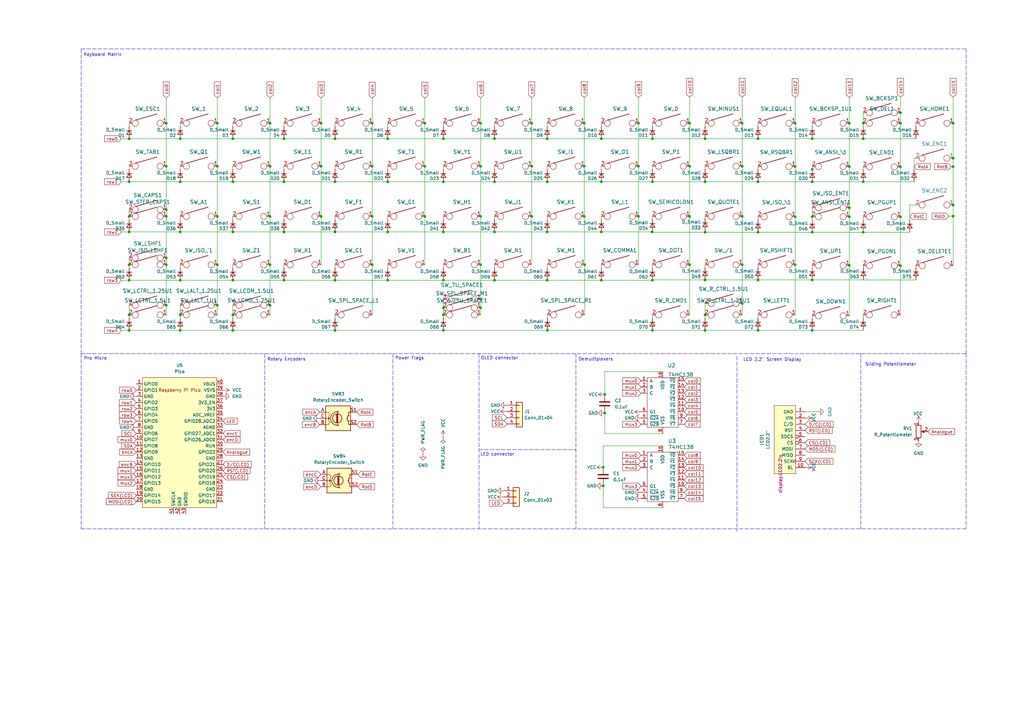
<source format=kicad_sch>
(kicad_sch (version 20231120) (generator "eeschema") (generator_version "8.0")
  (paper "A3")
  (junction (at 246.634 114.935))
  (junction (at 181.864 129.159))
  (junction (at 110.744 88.773))
  (junction (at 369.316 68.453))
  (junction (at 333.121 74.549))
  (junction (at 247.396 199.263))
  (junction (at 333.121 135.509))
  (junction (at 289.179 95.25))
  (junction (at 174.244 50.546))
  (junction (at 197.104 122.809))
  (junction (at 181.864 114.935))
  (junction (at 261.874 50.546))
  (junction (at 152.654 50.546))
  (junction (at 326.136 50.546))
  (junction (at 310.896 114.808))
  (junction (at 224.409 56.896))
  (junction (at 89.154 68.199))
  (junction (at 95.504 135.509))
  (junction (at 282.829 108.585))
  (junction (at 304.419 68.199))
  (junction (at 310.896 135.509))
  (junction (at 326.136 68.326))
  (junction (at 116.459 95.123))
  (junction (at 326.136 108.585))
  (junction (at 239.649 68.199))
  (junction (at 354.076 56.896))
  (junction (at 261.874 68.199))
  (junction (at 131.699 50.546))
  (junction (at 326.136 88.9))
  (junction (at 354.076 74.549))
  (junction (at 52.959 129.159))
  (junction (at 181.864 135.509))
  (junction (at 52.959 74.549))
  (junction (at 68.199 125.222))
  (junction (at 390.906 50.546))
  (junction (at 68.199 88.773))
  (junction (at 202.819 74.549))
  (junction (at 73.914 74.549))
  (junction (at 390.906 84.074))
  (junction (at 348.361 85.217))
  (junction (at 137.414 135.509))
  (junction (at 289.179 114.808))
  (junction (at 110.744 50.546))
  (junction (at 202.819 95.123))
  (junction (at 246.634 56.896))
  (junction (at 68.199 108.585))
  (junction (at 267.589 56.896))
  (junction (at 52.959 95.123))
  (junction (at 152.654 68.199))
  (junction (at 52.959 135.509))
  (junction (at 52.959 114.935))
  (junction (at 267.589 135.509))
  (junction (at 95.504 56.896))
  (junction (at 304.419 50.546))
  (junction (at 110.744 68.199))
  (junction (at 369.316 88.9))
  (junction (at 152.654 88.773))
  (junction (at 68.199 85.979))
  (junction (at 289.179 129.159))
  (junction (at 390.906 88.646))
  (junction (at 89.154 88.773))
  (junction (at 95.504 129.159))
  (junction (at 310.896 56.896))
  (junction (at 197.104 68.199))
  (junction (at 282.829 50.546))
  (junction (at 68.199 68.199))
  (junction (at 248.031 169.418))
  (junction (at 137.414 74.549))
  (junction (at 289.179 135.509))
  (junction (at 68.199 105.791))
  (junction (at 390.906 68.326))
  (junction (at 73.914 129.159))
  (junction (at 239.776 108.585))
  (junction (at 289.179 74.549))
  (junction (at 267.589 114.935))
  (junction (at 348.361 88.9))
  (junction (at 197.104 108.585))
  (junction (at 348.361 68.326))
  (junction (at 181.864 74.549))
  (junction (at 354.076 50.546))
  (junction (at 159.004 74.549))
  (junction (at 310.896 74.549))
  (junction (at 73.914 95.123))
  (junction (at 348.361 50.546))
  (junction (at 52.959 108.585))
  (junction (at 304.419 108.585))
  (junction (at 137.414 114.935))
  (junction (at 246.634 74.549))
  (junction (at 174.244 88.773))
  (junction (at 116.459 114.935))
  (junction (at 282.829 88.773))
  (junction (at 333.121 88.9))
  (junction (at 110.744 125.222))
  (junction (at 137.414 56.896))
  (junction (at 261.874 88.773))
  (junction (at 131.699 68.199))
  (junction (at 304.419 88.773))
  (junction (at 181.864 126.238))
  (junction (at 197.104 88.773))
  (junction (at 73.914 135.509))
  (junction (at 152.654 108.585))
  (junction (at 95.504 95.123))
  (junction (at 131.699 88.773))
  (junction (at 218.059 50.546))
  (junction (at 197.104 126.238))
  (junction (at 73.914 56.896))
  (junction (at 248.031 161.798))
  (junction (at 333.121 69.469))
  (junction (at 224.536 135.509))
  (junction (at 246.634 95.123))
  (junction (at 89.154 50.546))
  (junction (at 202.819 56.896))
  (junction (at 267.462 95.123))
  (junction (at 224.409 74.549))
  (junction (at 174.244 68.199))
  (junction (at 224.409 95.123))
  (junction (at 137.414 95.123))
  (junction (at 68.199 50.546))
  (junction (at 110.744 108.585))
  (junction (at 202.819 114.935))
  (junction (at 218.059 88.773))
  (junction (at 197.104 50.546))
  (junction (at 95.504 74.549))
  (junction (at 159.004 56.896))
  (junction (at 390.906 64.897))
  (junction (at 224.409 114.935))
  (junction (at 52.959 88.773))
  (junction (at 369.316 46.228))
  (junction (at 247.396 191.643))
  (junction (at 333.121 95.25))
  (junction (at 348.361 108.839))
  (junction (at 73.914 114.935))
  (junction (at 354.076 95.25))
  (junction (at 267.589 74.549))
  (junction (at 95.504 114.935))
  (junction (at 181.864 95.123))
  (junction (at 89.154 108.585))
  (junction (at 282.829 68.199))
  (junction (at 116.459 74.549))
  (junction (at 116.459 56.896))
  (junction (at 159.004 95.123))
  (junction (at 304.419 124.46))
  (junction (at 218.059 68.199))
  (junction (at 239.649 50.546))
  (junction (at 289.179 56.896))
  (junction (at 310.896 95.25))
  (junction (at 181.864 56.896))
  (junction (at 369.316 108.966))
  (junction (at 333.121 114.808))
  (junction (at 239.649 88.773))
  (junction (at 333.121 56.896))
  (junction (at 369.316 50.546))
  (junction (at 89.154 125.222))
  (junction (at 52.959 56.896))
  (junction (at 159.004 114.935))
  (wire (pts (xy 335.28 168.91) (xy 330.2 168.91)))
  (wire (pts (xy 68.199 85.979) (xy 68.199 88.773)))
  (wire (pts (xy 282.829 68.199) (xy 282.829 88.773)))
  (wire (pts (xy 239.776 108.585) (xy 239.776 129.159)))
  (wire (pts (xy 174.244 40.259) (xy 174.244 50.546)))
  (wire (pts (xy 267.589 50.546) (xy 267.589 51.816)))
  (wire (pts (xy 159.004 95.123) (xy 181.864 95.123)))
  (wire (pts (xy 68.199 88.773) (xy 68.326 88.773)))
  (wire (pts (xy 181.864 126.238) (xy 181.864 129.159)))
  (polyline (pts (xy 396.24 145.034) (xy 396.24 216.916)) (stroke (width 0) (type dash)))
  (wire (pts (xy 116.459 68.199) (xy 116.459 69.469)))
  (wire (pts (xy 289.179 129.159) (xy 289.179 130.429)))
  (wire (pts (xy 181.864 50.546) (xy 181.864 51.816)))
  (wire (pts (xy 197.104 50.546) (xy 197.104 68.199)))
  (wire (pts (xy 159.004 88.773) (xy 159.004 90.043)))
  (wire (pts (xy 131.699 68.199) (xy 131.699 88.773)))
  (wire (pts (xy 333.121 56.896) (xy 354.076 56.896)))
  (wire (pts (xy 348.361 108.839) (xy 348.361 129.54)))
  (wire (pts (xy 197.104 68.199) (xy 197.104 88.773)))
  (wire (pts (xy 181.864 114.935) (xy 202.819 114.935)))
  (wire (pts (xy 137.414 74.549) (xy 159.004 74.549)))
  (wire (pts (xy 159.004 56.896) (xy 181.864 56.896)))
  (wire (pts (xy 247.396 208.28) (xy 271.78 208.28)))
  (wire (pts (xy 89.154 125.222) (xy 89.154 129.159)))
  (wire (pts (xy 52.959 68.199) (xy 52.959 69.469)))
  (wire (pts (xy 373.126 84.074) (xy 373.126 90.17)))
  (wire (pts (xy 310.896 88.9) (xy 310.896 90.17)))
  (wire (pts (xy 333.121 88.9) (xy 333.121 90.17)))
  (wire (pts (xy 289.179 124.46) (xy 289.179 129.159)))
  (wire (pts (xy 369.316 46.228) (xy 369.316 39.878)))
  (wire (pts (xy 131.699 50.546) (xy 131.699 68.199)))
  (wire (pts (xy 224.409 114.935) (xy 246.634 114.935)))
  (wire (pts (xy 348.361 88.9) (xy 348.361 108.839)))
  (polyline (pts (xy 33.274 216.916) (xy 236.22 216.916)) (stroke (width 0) (type dash)))
  (wire (pts (xy 137.414 88.773) (xy 137.414 90.043)))
  (wire (pts (xy 202.819 74.549) (xy 224.409 74.549)))
  (wire (pts (xy 137.414 56.896) (xy 159.004 56.896)))
  (wire (pts (xy 137.414 68.199) (xy 137.414 69.469)))
  (wire (pts (xy 326.136 50.546) (xy 326.136 68.326)))
  (wire (pts (xy 224.409 95.123) (xy 246.634 95.123)))
  (wire (pts (xy 202.819 88.773) (xy 202.819 90.043)))
  (wire (pts (xy 333.121 50.546) (xy 333.121 51.816)))
  (wire (pts (xy 181.864 88.773) (xy 181.864 90.043)))
  (polyline (pts (xy 33.274 145.034) (xy 33.274 216.916)) (stroke (width 0) (type dash)))
  (wire (pts (xy 369.316 108.966) (xy 369.316 129.159)))
  (wire (pts (xy 354.1334 108.6333) (xy 354.076 108.6333)))
  (wire (pts (xy 261.874 68.199) (xy 261.874 88.773)))
  (wire (pts (xy 224.409 68.199) (xy 224.409 69.469)))
  (wire (pts (xy 375.666 108.9692) (xy 375.6896 108.9692)))
  (wire (pts (xy 49.784 95.123) (xy 52.959 95.123)))
  (wire (pts (xy 369.316 50.546) (xy 369.316 46.228)))
  (wire (pts (xy 246.634 50.546) (xy 246.634 51.816)))
  (wire (pts (xy 310.896 108.585) (xy 310.896 109.728)))
  (wire (pts (xy 310.896 68.326) (xy 310.896 69.469)))
  (wire (pts (xy 304.419 124.46) (xy 304.419 129.159)))
  (wire (pts (xy 95.504 125.222) (xy 95.504 129.159)))
  (wire (pts (xy 95.504 95.123) (xy 116.459 95.123)))
  (wire (pts (xy 261.874 88.773) (xy 261.874 108.585)))
  (wire (pts (xy 248.031 161.798) (xy 248.031 152.4)))
  (wire (pts (xy 289.179 95.25) (xy 267.462 95.25)))
  (wire (pts (xy 49.784 114.935) (xy 52.959 114.935)))
  (wire (pts (xy 52.832 88.773) (xy 52.959 88.773)))
  (wire (pts (xy 116.459 88.773) (xy 116.459 90.043)))
  (wire (pts (xy 110.744 108.585) (xy 110.744 125.222)))
  (wire (pts (xy 304.419 68.199) (xy 304.419 88.773)))
  (wire (pts (xy 282.829 88.773) (xy 282.829 108.585)))
  (polyline (pts (xy 161.163 145.034) (xy 161.163 216.916)) (stroke (width 0) (type dash)))
  (wire (pts (xy 52.959 95.123) (xy 73.914 95.123)))
  (wire (pts (xy 267.589 88.773) (xy 267.589 89.916)))
  (wire (pts (xy 224.536 108.585) (xy 224.409 109.855)))
  (wire (pts (xy 73.914 108.585) (xy 73.914 109.855)))
  (wire (pts (xy 181.864 129.159) (xy 181.864 130.429)))
  (wire (pts (xy 52.959 135.509) (xy 73.914 135.509)))
  (wire (pts (xy 375.666 109.7481) (xy 375.666 108.9692)))
  (wire (pts (xy 333.121 69.469) (xy 333.121 69.596)))
  (wire (pts (xy 110.744 50.546) (xy 110.744 40.132)))
  (wire (pts (xy 197.104 50.546) (xy 197.104 40.132)))
  (wire (pts (xy 369.316 50.546) (xy 369.316 68.453)))
  (wire (pts (xy 110.744 50.546) (xy 110.744 68.199)))
  (wire (pts (xy 247.396 182.88) (xy 247.396 191.643)))
  (wire (pts (xy 390.9296 88.646) (xy 390.906 88.646)))
  (wire (pts (xy 202.819 95.123) (xy 224.409 95.123)))
  (wire (pts (xy 239.649 50.546) (xy 239.649 68.199)))
  (wire (pts (xy 282.829 50.546) (xy 282.829 68.199)))
  (wire (pts (xy 116.459 114.935) (xy 137.414 114.935)))
  (wire (pts (xy 239.649 88.773) (xy 239.776 108.585)))
  (wire (pts (xy 95.504 129.159) (xy 95.504 130.429)))
  (wire (pts (xy 52.959 125.222) (xy 52.959 129.159)))
  (wire (pts (xy 369.316 88.9) (xy 369.316 108.966)))
  (wire (pts (xy 137.414 114.935) (xy 159.004 114.935)))
  (wire (pts (xy 248.031 169.418) (xy 248.031 177.8)))
  (polyline (pts (xy 353.0767 144.9513) (xy 353.0767 216.8333)) (stroke (width 0) (type dash)))
  (wire (pts (xy 159.004 74.549) (xy 181.864 74.549)))
  (wire (pts (xy 304.419 39.878) (xy 304.419 50.546)))
  (wire (pts (xy 159.004 68.199) (xy 159.004 69.469)))
  (wire (pts (xy 375.666 50.546) (xy 375.666 51.816)))
  (wire (pts (xy 246.634 95.123) (xy 267.462 95.123)))
  (wire (pts (xy 326.136 88.9) (xy 326.136 108.585)))
  (wire (pts (xy 73.914 50.546) (xy 73.914 51.816)))
  (wire (pts (xy 68.199 125.222) (xy 68.199 129.159)))
  (wire (pts (xy 369.316 68.453) (xy 369.316 88.9)))
  (wire (pts (xy 267.589 74.549) (xy 289.179 74.549)))
  (wire (pts (xy 116.459 95.123) (xy 137.414 95.123)))
  (wire (pts (xy 354.076 95.25) (xy 373.126 95.25)))
  (wire (pts (xy 354.076 56.896) (xy 375.666 56.896)))
  (wire (pts (xy 89.154 88.773) (xy 89.154 108.585)))
  (wire (pts (xy 348.361 85.217) (xy 348.361 88.9)))
  (wire (pts (xy 89.154 50.546) (xy 89.154 40.132)))
  (wire (pts (xy 310.896 135.509) (xy 333.121 135.509)))
  (wire (pts (xy 218.059 50.546) (xy 218.059 68.199)))
  (wire (pts (xy 333.121 95.25) (xy 310.896 95.25)))
  (wire (pts (xy 95.504 135.509) (xy 137.414 135.509)))
  (wire (pts (xy 333.121 68.326) (xy 333.121 69.469)))
  (wire (pts (xy 224.536 135.509) (xy 267.589 135.509)))
  (wire (pts (xy 310.896 56.896) (xy 333.121 56.896)))
  (wire (pts (xy 95.504 88.773) (xy 95.504 90.043)))
  (wire (pts (xy 267.589 56.896) (xy 289.179 56.896)))
  (wire (pts (xy 49.784 135.509) (xy 52.959 135.509)))
  (wire (pts (xy 52.959 105.791) (xy 52.959 108.585)))
  (wire (pts (xy 239.649 50.546) (xy 239.649 40.005)))
  (wire (pts (xy 52.959 74.549) (xy 73.914 74.549)))
  (wire (pts (xy 68.199 88.773) (xy 68.199 105.791)))
  (wire (pts (xy 333.121 74.549) (xy 354.076 74.549)))
  (wire (pts (xy 267.589 114.808) (xy 267.589 114.935)))
  (wire (pts (xy 348.361 68.326) (xy 348.361 85.217)))
  (wire (pts (xy 354.1334 108.6333) (xy 354.1334 109.762)))
  (wire (pts (xy 310.896 95.25) (xy 289.179 95.25)))
  (wire (pts (xy 95.504 50.546) (xy 95.504 51.816)))
  (wire (pts (xy 131.699 40.132) (xy 131.699 50.546)))
  (wire (pts (xy 246.634 68.199) (xy 246.634 69.469)))
  (wire (pts (xy 267.462 95.25) (xy 267.462 95.123)))
  (wire (pts (xy 174.244 50.546) (xy 174.244 68.199)))
  (wire (pts (xy 310.896 50.546) (xy 310.896 51.816)))
  (wire (pts (xy 246.634 114.935) (xy 267.589 114.935)))
  (wire (pts (xy 110.744 88.773) (xy 110.744 108.585)))
  (wire (pts (xy 354.076 46.228) (xy 354.076 50.546)))
  (wire (pts (xy 289.179 114.808) (xy 267.589 114.808)))
  (wire (pts (xy 390.9296 88.646) (xy 390.9296 108.9692)))
  (wire (pts (xy 68.199 68.199) (xy 68.199 85.979)))
  (wire (pts (xy 390.906 64.897) (xy 390.906 68.326)))
  (wire (pts (xy 375.666 64.897) (xy 374.904 64.897)))
  (wire (pts (xy 326.136 50.546) (xy 326.136 40.005)))
  (wire (pts (xy 271.78 182.88) (xy 247.396 182.88)))
  (wire (pts (xy 248.031 177.8) (xy 271.78 177.8)))
  (wire (pts (xy 137.414 95.123) (xy 159.004 95.123)))
  (polyline (pts (xy 196.469 145.034) (xy 196.469 216.916)) (stroke (width 0) (type dash)))
  (wire (pts (xy 375.666 84.074) (xy 373.126 84.074)))
  (wire (pts (xy 202.819 114.935) (xy 224.409 114.935)))
  (wire (pts (xy 116.459 74.549) (xy 137.414 74.549)))
  (wire (pts (xy 333.121 114.808) (xy 354.076 114.808)))
  (wire (pts (xy 181.864 95.123) (xy 202.819 95.123)))
  (wire (pts (xy 246.634 56.896) (xy 267.589 56.896)))
  (wire (pts (xy 304.419 50.546) (xy 304.419 68.199)))
  (wire (pts (xy 52.959 50.546) (xy 52.959 51.816)))
  (wire (pts (xy 218.059 68.199) (xy 218.059 88.773)))
  (wire (pts (xy 49.784 74.549) (xy 52.959 74.549)))
  (wire (pts (xy 224.409 88.773) (xy 224.409 90.043)))
  (wire (pts (xy 131.699 88.773) (xy 131.699 108.585)))
  (wire (pts (xy 73.914 88.773) (xy 73.914 90.043)))
  (wire (pts (xy 137.414 108.585) (xy 137.414 109.855)))
  (wire (pts (xy 267.589 68.199) (xy 267.589 69.469)))
  (wire (pts (xy 89.154 108.585) (xy 89.154 125.222)))
  (wire (pts (xy 202.819 56.896) (xy 224.409 56.896)))
  (wire (pts (xy 197.104 126.238) (xy 197.104 129.159)))
  (wire (pts (xy 137.414 129.159) (xy 137.414 130.429)))
  (wire (pts (xy 110.744 125.222) (xy 110.744 129.159)))
  (wire (pts (xy 95.504 114.935) (xy 116.459 114.935)))
  (wire (pts (xy 261.874 40.005) (xy 261.874 50.546)))
  (wire (pts (xy 218.059 88.773) (xy 218.059 108.585)))
  (wire (pts (xy 326.136 68.326) (xy 326.136 88.9)))
  (wire (pts (xy 354.076 129.159) (xy 354.076 130.429)))
  (wire (pts (xy 354.076 68.453) (xy 354.076 69.469)))
  (wire (pts (xy 152.654 88.773) (xy 152.654 108.585)))
  (wire (pts (xy 267.589 108.585) (xy 267.589 109.855)))
  (wire (pts (xy 152.654 108.585) (xy 152.654 129.159)))
  (wire (pts (xy 224.409 74.549) (xy 246.634 74.549)))
  (wire (pts (xy 197.104 122.809) (xy 197.104 126.238)))
  (wire (pts (xy 181.864 74.549) (xy 202.819 74.549)))
  (wire (pts (xy 68.199 105.791) (xy 68.199 108.585)))
  (wire (pts (xy 95.504 68.199) (xy 95.504 69.469)))
  (wire (pts (xy 289.179 50.546) (xy 289.179 51.816)))
  (wire (pts (xy 354.076 74.549) (xy 374.904 74.549)))
  (wire (pts (xy 289.179 135.509) (xy 310.896 135.509)))
  (wire (pts (xy 197.104 88.773) (xy 197.104 108.585)))
  (wire (pts (xy 137.414 135.509) (xy 181.864 135.509)))
  (wire (pts (xy 239.649 68.199) (xy 239.649 88.773)))
  (wire (pts (xy 289.179 88.773) (xy 289.179 89.662)))
  (wire (pts (xy 348.361 40.005) (xy 348.361 50.546)))
  (wire (pts (xy 289.179 94.742) (xy 289.179 95.25)))
  (wire (pts (xy 354.1334 114.842) (xy 354.1334 114.8281)))
  (wire (pts (xy 267.462 95.123) (xy 267.589 95.123)))
  (wire (pts (xy 137.414 50.546) (xy 137.414 51.816)))
  (wire (pts (xy 159.004 114.935) (xy 181.864 114.935)))
  (wire (pts (xy 116.459 108.585) (xy 116.459 109.855)))
  (wire (pts (xy 333.121 129.54) (xy 333.121 130.429)))
  (wire (pts (xy 68.199 108.585) (xy 68.199 125.222)))
  (wire (pts (xy 181.864 122.809) (xy 181.864 126.238)))
  (wire (pts (xy 390.906 84.074) (xy 390.906 88.646)))
  (wire (pts (xy 390.906 50.546) (xy 390.906 64.897)))
  (wire (pts (xy 354.076 95.25) (xy 333.121 95.25)))
  (wire (pts (xy 73.914 95.123) (xy 95.504 95.123)))
  (wire (pts (xy 326.136 108.585) (xy 326.136 129.159)))
  (wire (pts (xy 181.864 68.199) (xy 181.864 69.469)))
  (wire (pts (xy 68.072 88.773) (xy 68.199 88.773)))
  (wire (pts (xy 390.906 39.878) (xy 390.906 50.546)))
  (wire (pts (xy 289.179 74.549) (xy 310.896 74.549)))
  (polyline (pts (xy 236.22 145.034) (xy 236.22 216.916)) (stroke (width 0) (type dash)))
  (wire (pts (xy 390.144 68.326) (xy 390.906 68.326)))
  (wire (pts (xy 73.914 125.222) (xy 73.914 129.159)))
  (wire (pts (xy 52.959 56.896) (xy 73.914 56.896)))
  (wire (pts (xy 390.906 68.326) (xy 390.906 84.074)))
  (wire (pts (xy 52.959 88.773) (xy 53.086 88.773)))
  (polyline (pts (xy 396.24 216.916) (xy 236.22 216.916)) (stroke (width 0) (type dash)))
  (wire (pts (xy 95.504 108.585) (xy 95.504 109.855)))
  (wire (pts (xy 261.874 50.546) (xy 261.874 68.199)))
  (wire (pts (xy 289.179 108.585) (xy 289.179 109.728)))
  (wire (pts (xy 333.121 108.839) (xy 333.121 109.728)))
  (wire (pts (xy 202.819 68.199) (xy 202.819 69.469)))
  (wire (pts (xy 52.959 114.935) (xy 73.914 114.935)))
  (wire (pts (xy 248.031 152.4) (xy 271.78 152.4)))
  (wire (pts (xy 289.179 68.199) (xy 289.179 69.469)))
  (wire (pts (xy 52.959 108.585) (xy 52.959 109.855)))
  (wire (pts (xy 304.419 108.585) (xy 304.419 124.46)))
  (wire (pts (xy 246.634 88.773) (xy 246.634 90.043)))
  (wire (pts (xy 181.864 56.896) (xy 202.819 56.896)))
  (wire (pts (xy 95.504 74.549) (xy 116.459 74.549)))
  (wire (pts (xy 333.121 135.509) (xy 354.076 135.509)))
  (polyline (pts (xy 108.585 145.034) (xy 108.585 216.916)) (stroke (width 0) (type dash)))
  (polyline (pts (xy 196.469 184.404) (xy 236.22 184.404)) (stroke (width 0) (type dash)))
  (wire (pts (xy 224.536 129.159) (xy 224.536 130.429)))
  (wire (pts (xy 224.409 50.546) (xy 224.409 51.816)))
  (wire (pts (xy 310.896 114.808) (xy 289.179 114.808)))
  (wire (pts (xy 202.819 50.546) (xy 202.819 51.816)))
  (wire (pts (xy 354.076 88.9) (xy 354.076 90.17)))
  (polyline (pts (xy 33.274 145.034) (xy 396.24 145.034)) (stroke (width 0) (type dash)))
  (wire (pts (xy 197.104 108.585) (xy 197.104 122.809)))
  (wire (pts (xy 333.121 114.808) (xy 310.896 114.808)))
  (wire (pts (xy 310.896 74.549) (xy 333.121 74.549)))
  (wire (pts (xy 152.654 50.546) (xy 152.654 68.199)))
  (wire (pts (xy 246.634 74.549) (xy 267.589 74.549)))
  (polyline (pts (xy 302.26 146.05) (xy 302.26 217.932)) (stroke (width 0) (type dash)))
  (wire (pts (xy 282.829 50.546) (xy 282.829 39.878)))
  (wire (pts (xy 73.914 129.159) (xy 73.914 130.429)))
  (wire (pts (xy 116.459 50.546) (xy 116.459 51.816)))
  (wire (pts (xy 68.199 50.546) (xy 68.199 68.199)))
  (wire (pts (xy 374.904 64.897) (xy 374.904 69.469)))
  (wire (pts (xy 159.004 50.546) (xy 159.004 51.816)))
  (wire (pts (xy 267.589 135.509) (xy 289.179 135.509)))
  (wire (pts (xy 348.361 50.546) (xy 348.361 68.326)))
  (wire (pts (xy 68.199 40.132) (xy 68.199 50.546)))
  (wire (pts (xy 89.154 68.199) (xy 89.154 88.773)))
  (wire (pts (xy 247.396 199.263) (xy 247.396 208.28)))
  (wire (pts (xy 333.121 85.217) (xy 333.121 88.9)))
  (wire (pts (xy 73.914 56.896) (xy 95.504 56.896)))
  (polyline (pts (xy 33.274 20.066) (xy 33.274 145.034)) (stroke (width 0) (type dash)))
  (wire (pts (xy 116.459 56.896) (xy 137.414 56.896)))
  (wire (pts (xy 152.654 50.546) (xy 152.654 40.259)))
  (wire (pts (xy 174.244 68.199) (xy 174.244 88.773)))
  (wire (pts (xy 354.076 108.6333) (xy 354.076 108.966)))
  (polyline (pts (xy 396.24 20.066) (xy 396.24 145.034)) (stroke (width 0) (type dash)))
  (wire (pts (xy 218.059 40.132) (xy 218.059 50.546)))
  (wire (pts (xy 246.634 108.585) (xy 246.634 109.855)))
  (wire (pts (xy 73.914 135.509) (xy 95.504 135.509)))
  (wire (pts (xy 181.864 108.585) (xy 181.864 109.855)))
  (wire (pts (xy 49.784 56.896) (xy 52.959 56.896)))
  (wire (pts (xy 73.914 68.199) (xy 73.914 69.469)))
  (wire (pts (xy 52.959 85.979) (xy 52.959 88.773)))
  (wire (pts (xy 354.1334 114.8281) (xy 375.666 114.8281)))
  (wire (pts (xy 267.589 129.159) (xy 267.589 130.429)))
  (wire (pts (xy 73.914 74.549) (xy 95.504 74.549)))
  (wire (pts (xy 389.128 88.646) (xy 390.906 88.646)))
  (wire (pts (xy 89.154 50.546) (xy 89.154 68.199)))
  (wire (pts (xy 174.244 88.773) (xy 174.244 108.585)))
  (wire (pts (xy 267.589 94.996) (xy 267.589 95.123)))
  (wire (pts (xy 310.896 129.159) (xy 310.896 130.429)))
  (wire (pts (xy 159.004 108.585) (xy 159.004 109.855)))
  (wire (pts (xy 354.076 50.546) (xy 354.076 51.816)))
  (wire (pts (xy 152.654 68.199) (xy 152.654 88.773)))
  (wire (pts (xy 52.959 129.159) (xy 52.959 130.429)))
  (wire (pts (xy 110.744 68.199) (xy 110.744 88.773)))
  (wire (pts (xy 73.914 114.935) (xy 95.504 114.935)))
  (wire (pts (xy 52.959 88.773) (xy 52.959 90.043)))
  (wire (pts (xy 304.419 88.773) (xy 304.419 108.585)))
  (wire (pts (xy 282.829 108.585) (xy 282.829 129.159)))
  (wire (pts (xy 202.819 108.585) (xy 202.819 109.855)))
  (wire (pts (xy 95.504 56.896) (xy 116.459 56.896)))
  (polyline (pts (xy 33.274 20.066) (xy 396.24 20.066)) (stroke (width 0) (type dash)))
  (wire (pts (xy 289.179 56.896) (xy 310.896 56.896)))
  (wire (pts (xy 181.864 135.509) (xy 224.536 135.509)))
  (wire (pts (xy 224.409 56.896) (xy 246.634 56.896)))
  (text "OLED connector" (at 197.231 147.701 0) (effects (font (size 1.27 1.27)) (justify left bottom)))
  (text "Rotary Encoders" (at 109.601 148.209 0) (effects (font (size 1.27 1.27)) (justify left bottom)))
  (text "LCD 2.2\" Screen Display\n\n" (at 304.8 150.368 0) (effects (font (size 1.27 1.27)) (justify left bottom)))
  (text "Keyboard Matrix" (at 34.29 23.241 0) (effects (font (size 1.27 1.27)) (justify left bottom)))
  (text "Power Flags" (at 162.052 147.701 0) (effects (font (size 1.27 1.27)) (justify left bottom)))
  (text "LED connector" (at 196.977 187.198 0) (effects (font (size 1.27 1.27)) (justify left bottom)))
  (text "Pro Micro" (at 34.417 147.828 0) (effects (font (size 1.27 1.27)) (justify left bottom)))
  (text "Sliding Potentiometer\n" (at 354.8135 150.2913 0) (effects (font (size 1.27 1.27)) (justify left bottom)))
  (text "Demultiplexers" (at 237.236 148.209 0) (effects (font (size 1.27 1.27)) (justify left bottom)))
  (global_label "col6" (shape input) (at 197.104 40.132 90) (property "Intersheetrefs" "${INTERSHEET_REFS}" (effects (hide yes))))
  (global_label "RotA" (shape input) (at 146.304 169.037 0) (property "Intersheetrefs" "${INTERSHEET_REFS}" (effects (hide yes))))
  (global_label "D{slash}C(LCD)" (shape input) (at 91.44 190.5 0) (property "Intersheetrefs" "${INTERSHEET_REFS}" (effects (hide yes))))
  (global_label "LED" (shape input) (at 91.44 172.72 0) (property "Intersheetrefs" "${INTERSHEET_REFS}" (effects (hide yes))))
  (global_label "RotC" (shape input) (at 146.812 194.564 0) (property "Intersheetrefs" "${INTERSHEET_REFS}" (effects (hide yes))))
  (global_label "col13" (shape input) (at 348.361 40.005 90) (property "Intersheetrefs" "${INTERSHEET_REFS}" (effects (hide yes))))
  (global_label "col12" (shape input) (at 280.67 196.85 0) (property "Intersheetrefs" "${INTERSHEET_REFS}" (effects (hide yes))))
  (global_label "SCL" (shape input) (at 207.899 171.323 180) (property "Intersheetrefs" "${INTERSHEET_REFS}" (effects (hide yes))))
  (global_label "col9" (shape input) (at 280.67 189.23 0) (property "Intersheetrefs" "${INTERSHEET_REFS}" (effects (hide yes))))
  (global_label "D{slash}C(LCD)" (shape input) (at 330.2 173.99 0) (property "Intersheetrefs" "${INTERSHEET_REFS}" (effects (hide yes))))
  (global_label "mux2" (shape input) (at 55.88 198.12 180) (property "Intersheetrefs" "${INTERSHEET_REFS}" (effects (hide yes))))
  (global_label "col8" (shape input) (at 239.649 40.005 90) (property "Intersheetrefs" "${INTERSHEET_REFS}" (effects (hide yes))))
  (global_label "mux1" (shape input) (at 262.89 189.23 180) (property "Intersheetrefs" "${INTERSHEET_REFS}" (effects (hide yes))))
  (global_label "encA" (shape input) (at 131.064 169.037 180) (property "Intersheetrefs" "${INTERSHEET_REFS}" (effects (hide yes))))
  (global_label "mux1" (shape input) (at 55.88 193.04 180) (property "Intersheetrefs" "${INTERSHEET_REFS}" (effects (hide yes))))
  (global_label "RotC" (shape input) (at 373.126 88.773 0) (property "Intersheetrefs" "${INTERSHEET_REFS}" (effects (hide yes))))
  (global_label "mux3" (shape input) (at 55.88 195.58 180) (property "Intersheetrefs" "${INTERSHEET_REFS}" (effects (hide yes))))
  (global_label "col10" (shape input) (at 282.829 39.878 90) (property "Intersheetrefs" "${INTERSHEET_REFS}" (effects (hide yes))))
  (global_label "col2" (shape input) (at 280.67 161.29 0) (property "Intersheetrefs" "${INTERSHEET_REFS}" (effects (hide yes))))
  (global_label "RotB" (shape input) (at 146.304 174.117 0) (property "Intersheetrefs" "${INTERSHEET_REFS}" (effects (hide yes))))
  (global_label "RotD" (shape input) (at 146.812 199.644 0) (property "Intersheetrefs" "${INTERSHEET_REFS}" (effects (hide yes))))
  (global_label "encD" (shape input) (at 91.44 180.34 0) (property "Intersheetrefs" "${INTERSHEET_REFS}" (effects (hide yes))))
  (global_label "mux2" (shape input) (at 262.89 191.77 180) (property "Intersheetrefs" "${INTERSHEET_REFS}" (effects (hide yes))))
  (global_label "col4" (shape input) (at 280.67 166.37 0) (property "Intersheetrefs" "${INTERSHEET_REFS}" (effects (hide yes))))
  (global_label "col5" (shape input) (at 174.244 40.259 90) (property "Intersheetrefs" "${INTERSHEET_REFS}" (effects (hide yes))))
  (global_label "col13" (shape input) (at 280.67 199.39 0) (property "Intersheetrefs" "${INTERSHEET_REFS}" (effects (hide yes))))
  (global_label "row2" (shape input) (at 49.784 95.123 180) (property "Intersheetrefs" "${INTERSHEET_REFS}" (effects (hide yes))))
  (global_label "mux3" (shape input) (at 262.89 199.39 180) (property "Intersheetrefs" "${INTERSHEET_REFS}" (effects (hide yes))))
  (global_label "SCK(LCD)" (shape input) (at 55.88 203.2 180) (property "Intersheetrefs" "${INTERSHEET_REFS}" (effects (hide yes))))
  (global_label "CS(LCD)" (shape input) (at 330.2 181.61 0) (property "Intersheetrefs" "${INTERSHEET_REFS}" (effects (hide yes))))
  (global_label "col12" (shape input) (at 326.136 40.005 90) (property "Intersheetrefs" "${INTERSHEET_REFS}" (effects (hide yes))))
  (global_label "mux3" (shape input) (at 262.89 173.99 180) (property "Intersheetrefs" "${INTERSHEET_REFS}" (effects (hide yes))))
  (global_label "encB" (shape input) (at 131.064 174.117 180) (property "Intersheetrefs" "${INTERSHEET_REFS}" (effects (hide yes))))
  (global_label "SCL" (shape input) (at 55.88 177.8 180) (property "Intersheetrefs" "${INTERSHEET_REFS}" (effects (hide yes))))
  (global_label "col3" (shape input) (at 131.699 40.132 90) (property "Intersheetrefs" "${INTERSHEET_REFS}" (effects (hide yes))))
  (global_label "col4" (shape input) (at 152.654 40.259 90) (property "Intersheetrefs" "${INTERSHEET_REFS}" (effects (hide yes))))
  (global_label "RST(LCD)" (shape input) (at 91.44 193.04 0) (property "Intersheetrefs" "${INTERSHEET_REFS}" (effects (hide yes))))
  (global_label "encC" (shape input) (at 91.44 177.8 0) (property "Intersheetrefs" "${INTERSHEET_REFS}" (effects (hide yes))))
  (global_label "col1" (shape input) (at 89.154 40.132 90) (property "Intersheetrefs" "${INTERSHEET_REFS}" (effects (hide yes))))
  (global_label "mux0" (shape input) (at 262.89 156.21 180) (property "Intersheetrefs" "${INTERSHEET_REFS}" (effects (hide yes))))
  (global_label "encD" (shape input) (at 131.572 199.644 180) (property "Intersheetrefs" "${INTERSHEET_REFS}" (effects (hide yes))))
  (global_label "row1" (shape input) (at 49.784 74.549 180) (property "Intersheetrefs" "${INTERSHEET_REFS}" (effects (hide yes))))
  (global_label "col7" (shape input) (at 218.059 40.132 90) (property "Intersheetrefs" "${INTERSHEET_REFS}" (effects (hide yes))))
  (global_label "row4" (shape input) (at 49.784 135.509 180) (property "Intersheetrefs" "${INTERSHEET_REFS}" (effects (hide yes))))
  (global_label "row1" (shape input) (at 55.88 165.1 180) (property "Intersheetrefs" "${INTERSHEET_REFS}" (effects (hide yes))))
  (global_label "LED" (shape input) (at 206.629 206.375 180) (property "Intersheetrefs" "${INTERSHEET_REFS}" (effects (hide yes))))
  (global_label "encA" (shape input) (at 55.88 185.42 180) (property "Intersheetrefs" "${INTERSHEET_REFS}" (effects (hide yes))))
  (global_label "col11" (shape input) (at 304.419 39.878 90) (property "Intersheetrefs" "${INTERSHEET_REFS}" (effects (hide yes))))
  (global_label "MOSI(LCD)" (shape input) (at 55.88 205.74 180) (property "Intersheetrefs" "${INTERSHEET_REFS}" (effects (hide yes))))
  (global_label "col9" (shape input) (at 261.874 40.005 90) (property "Intersheetrefs" "${INTERSHEET_REFS}" (effects (hide yes))))
  (global_label "col2" (shape input) (at 110.744 40.132 90) (property "Intersheetrefs" "${INTERSHEET_REFS}" (effects (hide yes))))
  (global_label "row2" (shape input) (at 55.88 167.64 180) (property "Intersheetrefs" "${INTERSHEET_REFS}" (effects (hide yes))))
  (global_label "row3" (shape input) (at 55.88 170.18 180) (property "Intersheetrefs" "${INTERSHEET_REFS}" (effects (hide yes))))
  (global_label "col14" (shape input) (at 369.316 39.878 90) (property "Intersheetrefs" "${INTERSHEET_REFS}" (effects (hide yes))))
  (global_label "SDA" (shape input) (at 207.899 173.863 180) (property "Intersheetrefs" "${INTERSHEET_REFS}" (effects (hide yes))))
  (global_label "col5" (shape input) (at 280.67 168.91 0) (property "Intersheetrefs" "${INTERSHEET_REFS}" (effects (hide yes))))
  (global_label "col15" (shape input) (at 390.906 39.878 90) (property "Intersheetrefs" "${INTERSHEET_REFS}" (effects (hide yes))))
  (global_label "col15" (shape input) (at 280.67 204.47 0) (property "Intersheetrefs" "${INTERSHEET_REFS}" (effects (hide yes))))
  (global_label "col0" (shape input) (at 68.199 40.132 90) (property "Intersheetrefs" "${INTERSHEET_REFS}" (effects (hide yes))))
  (global_label "encB" (shape input) (at 55.88 190.5 180) (property "Intersheetrefs" "${INTERSHEET_REFS}" (effects (hide yes))))
  (global_label "CS(LCD)" (shape input) (at 91.44 195.58 0) (property "Intersheetrefs" "${INTERSHEET_REFS}" (effects (hide yes))))
  (global_label "mux1" (shape input) (at 262.89 158.75 180) (property "Intersheetrefs" "${INTERSHEET_REFS}" (effects (hide yes))))
  (global_label "col3" (shape input) (at 280.67 163.83 0) (property "Intersheetrefs" "${INTERSHEET_REFS}" (effects (hide yes))))
  (global_label "RotD" (shape input) (at 389.128 88.646 180) (property "Intersheetrefs" "${INTERSHEET_REFS}" (effects (hide yes))))
  (global_label "row3" (shape input) (at 49.784 114.935 180) (property "Intersheetrefs" "${INTERSHEET_REFS}" (effects (hide yes))))
  (global_label "row0" (shape input) (at 55.88 160.02 180) (property "Intersheetrefs" "${INTERSHEET_REFS}" (effects (hide yes))))
  (global_label "col7" (shape input) (at 280.67 173.99 0) (property "Intersheetrefs" "${INTERSHEET_REFS}" (effects (hide yes))))
  (global_label "col11" (shape input) (at 280.67 194.31 0) (property "Intersheetrefs" "${INTERSHEET_REFS}" (effects (hide yes))))
  (global_label "encC" (shape input) (at 131.572 194.564 180) (property "Intersheetrefs" "${INTERSHEET_REFS}" (effects (hide yes))))
  (global_label "col8" (shape input) (at 280.67 186.69 0) (property "Intersheetrefs" "${INTERSHEET_REFS}" (effects (hide yes))))
  (global_label "mux0" (shape input) (at 262.89 186.69 180) (property "Intersheetrefs" "${INTERSHEET_REFS}" (effects (hide yes))))
  (global_label "RST(LCD)" (shape input) (at 330.2 176.53 0) (property "Intersheetrefs" "${INTERSHEET_REFS}" (effects (hide yes))))
  (global_label "Analogue" (shape input) (at 91.44 185.42 0) (property "Intersheetrefs" "${INTERSHEET_REFS}" (effects (hide yes))))
  (global_label "RotA" (shape input) (at 374.904 68.326 0) (property "Intersheetrefs" "${INTERSHEET_REFS}" (effects (hide yes))))
  (global_label "SDA" (shape input) (at 55.88 182.88 180) (property "Intersheetrefs" "${INTERSHEET_REFS}" (effects (hide yes))))
  (global_label "row0" (shape input) (at 49.784 56.896 180) (property "Intersheetrefs" "${INTERSHEET_REFS}" (effects (hide yes))))
  (global_label "MOSI(LCD)" (shape input) (at 330.2 184.15 0) (property "Intersheetrefs" "${INTERSHEET_REFS}" (effects (hide yes))))
  (global_label "col0" (shape input) (at 280.67 156.21 0) (property "Intersheetrefs" "${INTERSHEET_REFS}" (effects (hide yes))))
  (global_label "RotB" (shape input) (at 390.144 68.326 180) (property "Intersheetrefs" "${INTERSHEET_REFS}" (effects (hide yes))))
  (global_label "mux2" (shape input) (at 262.89 161.29 180) (property "Intersheetrefs" "${INTERSHEET_REFS}" (effects (hide yes))))
  (global_label "col14" (shape input) (at 280.67 201.93 0) (property "Intersheetrefs" "${INTERSHEET_REFS}" (effects (hide yes))))
  (global_label "SCK(LCD)" (shape input) (at 330.2 189.23 0) (property "Intersheetrefs" "${INTERSHEET_REFS}" (effects (hide yes))))
  (global_label "col10" (shape input) (at 280.67 191.77 0) (property "Intersheetrefs" "${INTERSHEET_REFS}" (effects (hide yes))))
  (global_label "Analogue" (shape input) (at 380.5563 177.0127 0) (property "Intersheetrefs" "${INTERSHEET_REFS}" (effects (hide yes))))
  (global_label "mux0" (shape input) (at 55.88 180.34 180) (property "Intersheetrefs" "${INTERSHEET_REFS}" (effects (hide yes))))
  (global_label "row4" (shape input) (at 55.88 172.72 180) (property "Intersheetrefs" "${INTERSHEET_REFS}" (effects (hide yes))))
  (global_label "col6" (shape input) (at 280.67 171.45 0) (property "Intersheetrefs" "${INTERSHEET_REFS}" (effects (hide yes))))
  (global_label "col1" (shape input) (at 280.67 158.75 0) (property "Intersheetrefs" "${INTERSHEET_REFS}" (effects (hide yes))))
  (symbol (lib_id "keyboard_parts:KEYSW") (at 232.029 88.773 0) (unit 1)
    (property "Reference" "SW_K1" (at 232.029 82.8548 0) (effects (font (size 1.524 1.524))))
    (property "Value" "KEYSW" (effects (hide yes)))
    (property "Footprint" "Button_Switch_Keyboard:SW_Cherry_MX_1.00u_PCB" (effects (hide yes)))
  )
  (symbol (lib_id "keyboard_parts:KEYSW") (at 275.209 88.773 0) (unit 1)
    (property "Reference" "SW_SEMICOLON1" (at 275.209 82.8548 0) (effects (font (size 1.524 1.524))))
    (property "Value" "KEYSW" (effects (hide yes)))
    (property "Footprint" "Button_Switch_Keyboard:SW_Cherry_MX_1.00u_PCB" (effects (hide yes)))
  )
  (symbol (lib_id "Device:D_Small") (at 116.459 54.356 270) (unit 1)
    (property "Reference" "D4" (at 114.7318 55.5244 90) (effects (justify right)))
    (property "Value" "D_Small" (at 114.7318 53.213 90) (effects (justify right)))
    (property "Footprint" "Diode_THT:D_DO-34_SOD68_P7.62mm_Horizontal" (effects (hide yes)))
  )
  (symbol (lib_id "keyboard_parts:KEYSW") (at 318.516 108.585 0) (unit 1)
    (property "Reference" "SW_RSHIFT1" (at 318.516 102.6668 0) (effects (font (size 1.524 1.524))))
    (property "Value" "KEYSW" (effects (hide yes)))
    (property "Footprint" "Button_Switch_Keyboard:SW_Cherry_MX_1.75u_PCB" (effects (hide yes)))
  )
  (symbol (lib_id "power:VCC") (at 206.629 203.835 90) (unit 1)
    (property "Reference" "#PWR020" (effects (hide yes)))
    (property "Value" "VCC" (at 200.025 203.835 90) (effects (justify right)))
  )
  (symbol (lib_id "Device:D_Small") (at 375.666 112.2881 270) (unit 1)
    (property "Reference" "D75" (at 373.9388 113.4565 90) (effects (justify right)))
    (property "Value" "D_Small" (at 373.9388 111.1451 90) (effects (justify right)))
    (property "Footprint" "Diode_THT:D_DO-34_SOD68_P7.62mm_Horizontal" (effects (hide yes)))
  )
  (symbol (lib_id "Device:D_Small") (at 95.504 112.395 270) (unit 1)
    (property "Reference" "D54" (at 93.7768 113.5634 90) (effects (justify right)))
    (property "Value" "D_Small" (at 93.7768 111.252 90) (effects (justify right)))
    (property "Footprint" "Diode_THT:D_DO-34_SOD68_P7.62mm_Horizontal" (effects (hide yes)))
  )
  (symbol (lib_id "keyboard_parts:KEYSW") (at 60.579 50.546 0) (unit 1)
    (property "Reference" "SW_ESC1" (at 60.579 44.6278 0) (effects (font (size 1.524 1.524))))
    (property "Value" "KEYSW" (effects (hide yes)))
    (property "Footprint" "Button_Switch_Keyboard:SW_Cherry_MX_1.00u_PCB" (effects (hide yes)))
  )
  (symbol (lib_id "keyboard_parts:KEYSW") (at 275.209 50.546 0) (unit 1)
    (property "Reference" "SW_0" (at 275.209 44.6278 0) (effects (font (size 1.524 1.524))))
    (property "Value" "KEYSW" (effects (hide yes)))
    (property "Footprint" "Button_Switch_Keyboard:SW_Cherry_MX_1.00u_PCB" (effects (hide yes)))
  )
  (symbol (lib_id "Device:D_Small") (at 181.864 72.009 270) (unit 1)
    (property "Reference" "D23" (at 180.1368 73.1774 90) (effects (justify right)))
    (property "Value" "D_Small" (at 180.1368 70.866 90) (effects (justify right)))
    (property "Footprint" "Diode_THT:D_DO-34_SOD68_P7.62mm_Horizontal" (effects (hide yes)))
  )
  (symbol (lib_id "keyboard_parts:KEYSW") (at 60.579 68.199 0) (unit 1)
    (property "Reference" "SW_TAB1" (at 60.579 62.2808 0) (effects (font (size 1.524 1.524))))
    (property "Value" "KEYSW" (effects (hide yes)))
    (property "Footprint" "Button_Switch_Keyboard:SW_Cherry_MX_1.50u_Plate" (effects (hide yes)))
  )
  (symbol (lib_id "Device:D_Small") (at 116.459 92.583 270) (unit 1)
    (property "Reference" "D38" (at 114.7318 93.7514 90) (effects (justify right)))
    (property "Value" "D_Small" (at 114.7318 91.44 90) (effects (justify right)))
    (property "Footprint" "Diode_THT:D_DO-34_SOD68_P7.62mm_Horizontal" (effects (hide yes)))
  )
  (symbol (lib_id "Device:D_Small") (at 73.914 92.583 270) (unit 1)
    (property "Reference" "D36" (at 72.1868 93.7514 90) (effects (justify right)))
    (property "Value" "D_Small" (at 72.1868 91.44 90) (effects (justify right)))
    (property "Footprint" "Diode_THT:D_DO-34_SOD68_P7.62mm_Horizontal" (effects (hide yes)))
  )
  (symbol (lib_id "Device:D_Small") (at 246.634 92.583 270) (unit 1)
    (property "Reference" "D44" (at 244.9068 93.7514 90) (effects (justify right)))
    (property "Value" "D_Small" (at 244.9068 91.44 90) (effects (justify right)))
    (property "Footprint" "Diode_THT:D_DO-34_SOD68_P7.62mm_Horizontal" (effects (hide yes)))
  )
  (symbol (lib_id "keyboard_parts:KEYSW") (at 254.254 88.773 0) (unit 1)
    (property "Reference" "SW_L1" (at 254.254 82.8548 0) (effects (font (size 1.524 1.524))))
    (property "Value" "KEYSW" (effects (hide yes)))
    (property "Footprint" "Button_Switch_Keyboard:SW_Cherry_MX_1.00u_PCB" (effects (hide yes)))
  )
  (symbol (lib_id "Device:C") (at 248.031 165.608 0) (unit 1)
    (property "Reference" "C2" (at 252.095 164.3379 0) (effects (justify left)))
    (property "Value" "0.1uF" (at 252.095 166.8779 0) (effects (justify left)))
    (property "Footprint" "Capacitor_THT:C_Disc_D4.7mm_W2.5mm_P5.00mm" (effects (hide yes)))
  )
  (symbol (lib_name "VCC_1") (lib_id "power:VCC") (at 376.7463 173.2027 0) (unit 1)
    (property "Reference" "#PWR025" (effects (hide yes)))
    (property "Value" "VCC" (at 376.4923 169.6467 0))
    (property "Description" "Power symbol creates a global label with name \"VCC\"" (effects (hide yes)))
  )
  (symbol (lib_id "Device:D_Small") (at 310.896 54.356 270) (unit 1)
    (property "Reference" "D13" (at 309.1688 55.5244 90) (effects (justify right)))
    (property "Value" "D_Small" (at 309.1688 53.213 90) (effects (justify right)))
    (property "Footprint" "Diode_THT:D_DO-34_SOD68_P7.62mm_Horizontal" (effects (hide yes)))
  )
  (symbol (lib_id "keyboard_parts:KEYSW") (at 60.579 108.585 0) (unit 1)
    (property "Reference" "SW_ISO_LSHF1" (at 60.579 102.6668 0) (effects (font (size 1.524 1.524))))
    (property "Value" "KEYSW" (effects (hide yes)))
    (property "Footprint" "Button_Switch_Keyboard:SW_Cherry_MX_1.25u_PCB" (effects (hide yes)))
  )
  (symbol (lib_id "keyboard_parts:KEYSW") (at 275.209 68.199 0) (unit 1)
    (property "Reference" "SW_P1" (at 275.209 62.2808 0) (effects (font (size 1.524 1.524))))
    (property "Value" "KEYSW" (effects (hide yes)))
    (property "Footprint" "Button_Switch_Keyboard:SW_Cherry_MX_1.00u_PCB" (effects (hide yes)))
  )
  (symbol (lib_id "Device:D_Small") (at 224.409 112.395 270) (unit 1)
    (property "Reference" "D60" (at 222.6818 113.5634 90) (effects (justify right)))
    (property "Value" "D_Small" (at 222.6818 111.252 90) (effects (justify right)))
    (property "Footprint" "Diode_THT:D_DO-34_SOD68_P7.62mm_Horizontal" (effects (hide yes)))
  )
  (symbol (lib_id "Device:D_Small") (at 52.959 92.583 270) (unit 1)
    (property "Reference" "D35" (at 51.2318 93.7514 90) (effects (justify right)))
    (property "Value" "D_Small" (at 51.2318 91.44 90) (effects (justify right)))
    (property "Footprint" "Diode_THT:D_DO-34_SOD68_P7.62mm_Horizontal" (effects (hide yes)))
  )
  (symbol (lib_id "keyboard_parts:KEYSW") (at 232.029 68.199 0) (unit 1)
    (property "Reference" "SW_I1" (at 232.029 62.2808 0) (effects (font (size 1.524 1.524))))
    (property "Value" "KEYSW" (effects (hide yes)))
    (property "Footprint" "Button_Switch_Keyboard:SW_Cherry_MX_1.00u_PCB" (effects (hide yes)))
  )
  (symbol (lib_id "Device:D_Small") (at 159.004 112.395 270) (unit 1)
    (property "Reference" "D57" (at 157.2768 113.5634 90) (effects (justify right)))
    (property "Value" "D_Small" (at 157.2768 111.252 90) (effects (justify right)))
    (property "Footprint" "Diode_THT:D_DO-34_SOD68_P7.62mm_Horizontal" (effects (hide yes)))
  )
  (symbol (lib_id "keyboard_parts:KEYSW") (at 81.534 50.546 0) (unit 1)
    (property "Reference" "SW_1" (at 81.534 44.6278 0) (effects (font (size 1.524 1.524))))
    (property "Value" "KEYSW" (effects (hide yes)))
    (property "Footprint" "Button_Switch_Keyboard:SW_Cherry_MX_1.00u_PCB" (effects (hide yes)))
  )
  (symbol (lib_id "Device:D_Small") (at 289.179 54.356 270) (unit 1)
    (property "Reference" "D12" (at 287.4518 55.5244 90) (effects (justify right)))
    (property "Value" "D_Small" (at 287.4518 53.213 90) (effects (justify right)))
    (property "Footprint" "Diode_THT:D_DO-34_SOD68_P7.62mm_Horizontal" (effects (hide yes)))
  )
  (symbol (lib_name "GND_1") (lib_id "power:GND") (at 376.7463 180.8227 0) (unit 1)
    (property "Reference" "#PWR024" (effects (hide yes)))
    (property "Value" "GND" (at 376.7463 185.9027 0))
    (property "Description" "Power symbol creates a global label with name \"GND\" , ground" (effects (hide yes)))
  )
  (symbol (lib_id "keyboard_parts:KEYSW") (at 124.079 88.773 0) (unit 1)
    (property "Reference" "SW_D1" (at 124.079 82.8548 0) (effects (font (size 1.524 1.524))))
    (property "Value" "KEYSW" (effects (hide yes)))
    (property "Footprint" "Button_Switch_Keyboard:SW_Cherry_MX_1.00u_PCB" (effects (hide yes)))
  )
  (symbol (lib_id "keyboard_parts:KEYSW") (at 254.254 108.585 0) (unit 1)
    (property "Reference" "SW_COMMA1" (at 254.254 102.6668 0) (effects (font (size 1.524 1.524))))
    (property "Value" "KEYSW" (effects (hide yes)))
    (property "Footprint" "Button_Switch_Keyboard:SW_Cherry_MX_1.00u_PCB" (effects (hide yes)))
  )
  (symbol (lib_id "keyboard_parts:KEYSW") (at 361.696 88.9 0) (unit 1)
    (property "Reference" "SW_PGUP1" (at 361.696 82.9818 0) (effects (font (size 1.524 1.524))))
    (property "Value" "KEYSW" (effects (hide yes)))
    (property "Footprint" "Button_Switch_Keyboard:SW_Cherry_MX_1.00u_PCB" (effects (hide yes)))
  )
  (symbol (lib_id "Device:D_Small") (at 333.121 72.009 270) (unit 1)
    (property "Reference" "D30" (at 331.3938 73.1774 90) (effects (justify right)))
    (property "Value" "D_Small" (at 331.3938 70.866 90) (effects (justify right)))
    (property "Footprint" "Diode_THT:D_DO-34_SOD68_P7.62mm_Horizontal" (effects (hide yes)))
  )
  (symbol (lib_id "keyboard_parts:KEYSW") (at 103.124 68.199 0) (unit 1)
    (property "Reference" "SW_W1" (at 103.124 62.2808 0) (effects (font (size 1.524 1.524))))
    (property "Value" "KEYSW" (effects (hide yes)))
    (property "Footprint" "Button_Switch_Keyboard:SW_Cherry_MX_1.00u_PCB" (effects (hide yes)))
  )
  (symbol (lib_id "Device:D_Small") (at 137.414 112.395 270) (unit 1)
    (property "Reference" "D56" (at 135.6868 113.5634 90) (effects (justify right)))
    (property "Value" "D_Small" (at 135.6868 111.252 90) (effects (justify right)))
    (property "Footprint" "Diode_THT:D_DO-34_SOD68_P7.62mm_Horizontal" (effects (hide yes)))
  )
  (symbol (lib_id "Device:D_Small") (at 224.409 54.356 270) (unit 1)
    (property "Reference" "D9" (at 222.6818 55.5244 90) (effects (justify right)))
    (property "Value" "D_Small" (at 222.6818 53.213 90) (effects (justify right)))
    (property "Footprint" "Diode_THT:D_DO-34_SOD68_P7.62mm_Horizontal" (effects (hide yes)))
  )
  (symbol (lib_id "power:VCC") (at 248.031 161.798 90) (unit 1)
    (property "Reference" "#PWR08" (effects (hide yes)))
    (property "Value" "VCC" (at 241.427 161.798 90) (effects (justify right)))
  )
  (symbol (lib_id "Device:D_Small") (at 267.589 112.395 270) (unit 1)
    (property "Reference" "D62" (at 265.8618 113.5634 90) (effects (justify right)))
    (property "Value" "D_Small" (at 265.8618 111.252 90) (effects (justify right)))
    (property "Footprint" "Diode_THT:D_DO-34_SOD68_P7.62mm_Horizontal" (effects (hide yes)))
  )
  (symbol (lib_id "Device:D_Small") (at 375.666 54.356 270) (unit 1)
    (property "Reference" "D16" (at 373.9388 55.5244 90) (effects (justify right)))
    (property "Value" "D_Small" (at 373.9388 53.213 90) (effects (justify right)))
    (property "Footprint" "Diode_THT:D_DO-34_SOD68_P7.62mm_Horizontal" (effects (hide yes)))
  )
  (symbol (lib_id "keyboard_parts:KEYSW") (at 210.439 88.773 0) (unit 1)
    (property "Reference" "SW_J1" (at 210.439 82.8548 0) (effects (font (size 1.524 1.524))))
    (property "Value" "KEYSW" (effects (hide yes)))
    (property "Footprint" "Button_Switch_Keyboard:SW_Cherry_MX_1.00u_PCB" (effects (hide yes)))
  )
  (symbol (lib_id "power:VCC") (at 262.89 168.91 90) (unit 1)
    (property "Reference" "#PWR010" (effects (hide yes)))
    (property "Value" "VCC" (at 256.286 168.91 90) (effects (justify right)))
  )
  (symbol (lib_id "keyboard_parts:KEYSW") (at 189.484 68.199 0) (unit 1)
    (property "Reference" "SW_Y1" (at 189.484 62.2808 0) (effects (font (size 1.524 1.524))))
    (property "Value" "KEYSW" (effects (hide yes)))
    (property "Footprint" "Button_Switch_Keyboard:SW_Cherry_MX_1.00u_PCB" (effects (hide yes)))
  )
  (symbol (lib_name "VCC_1") (lib_id "power:VCC") (at 330.2 171.45 270) (unit 1)
    (property "Reference" "#PWR022" (effects (hide yes)))
    (property "Value" "VCC" (at 333.756 171.196 0))
    (property "Description" "Power symbol creates a global label with name \"VCC\"" (effects (hide yes)))
  )
  (symbol (lib_id "keyboard_parts:KEYSW") (at 189.484 122.809 0) (unit 1)
    (property "Reference" "SW_7U_SPACE1" (at 189.484 116.8908 0) (effects (font (size 1.524 1.524))))
    (property "Value" "KEYSW" (effects (hide yes)))
    (property "Footprint" "Button_Switch_Keyboard:SW_Cherry_MX_7u_PCB" (effects (hide yes)))
  )
  (symbol (lib_id "Device:D_Small") (at 181.864 112.395 270) (unit 1)
    (property "Reference" "D58" (at 180.1368 113.5634 90) (effects (justify right)))
    (property "Value" "D_Small" (at 180.1368 111.252 90) (effects (justify right)))
    (property "Footprint" "Diode_THT:D_DO-34_SOD68_P7.62mm_Horizontal" (effects (hide yes)))
  )
  (symbol (lib_id "Device:D_Small") (at 246.634 72.009 270) (unit 1)
    (property "Reference" "D26" (at 244.9068 73.1774 90) (effects (justify right)))
    (property "Value" "D_Small" (at 244.9068 70.866 90) (effects (justify right)))
    (property "Footprint" "Diode_THT:D_DO-34_SOD68_P7.62mm_Horizontal" (effects (hide yes)))
  )
  (symbol (lib_id "keyboard_parts:KEYSW") (at 103.124 108.585 0) (unit 1)
    (property "Reference" "SW_Z1" (at 103.124 102.6668 0) (effects (font (size 1.524 1.524))))
    (property "Value" "KEYSW" (effects (hide yes)))
    (property "Footprint" "Button_Switch_Keyboard:SW_Cherry_MX_1.00u_PCB" (effects (hide yes)))
  )
  (symbol (lib_id "keyboard_parts:KEYSW") (at 254.254 50.546 0) (unit 1)
    (property "Reference" "SW_9" (at 254.254 44.6278 0) (effects (font (size 1.524 1.524))))
    (property "Value" "KEYSW" (effects (hide yes)))
    (property "Footprint" "Button_Switch_Keyboard:SW_Cherry_MX_1.00u_PCB" (effects (hide yes)))
  )
  (symbol (lib_id "Device:D_Small") (at 73.914 54.356 270) (unit 1)
    (property "Reference" "D2" (at 72.1868 55.5244 90) (effects (justify right)))
    (property "Value" "D_Small" (at 72.1868 53.213 90) (effects (justify right)))
    (property "Footprint" "Diode_THT:D_DO-34_SOD68_P7.62mm_Horizontal" (effects (hide yes)))
  )
  (symbol (lib_id "keyboard_parts:KEYSW") (at 361.696 108.966 0) (unit 1)
    (property "Reference" "SW_PGDN1" (at 361.696 103.0478 0) (effects (font (size 1.524 1.524))))
    (property "Value" "KEYSW" (effects (hide yes)))
    (property "Footprint" "Button_Switch_Keyboard:SW_Cherry_MX_1.00u_PCB" (effects (hide yes)))
  )
  (symbol (lib_id "Device:D_Small") (at 181.864 54.356 270) (unit 1)
    (property "Reference" "D7" (at 180.1368 55.5244 90) (effects (justify right)))
    (property "Value" "D_Small" (at 180.1368 53.213 90) (effects (justify right)))
    (property "Footprint" "Diode_THT:D_DO-34_SOD68_P7.62mm_Horizontal" (effects (hide yes)))
  )
  (symbol (lib_id "power:GND") (at 131.572 197.104 270) (unit 1)
    (property "Reference" "#PWR03" (effects (hide yes)))
    (property "Value" "GND" (at 124.46 197.104 90) (effects (justify left)))
  )
  (symbol (lib_id "keyboard_parts:KEYSW") (at 361.696 129.159 0) (unit 1)
    (property "Reference" "SW_RIGHT1" (at 361.696 123.2408 0) (effects (font (size 1.524 1.524))))
    (property "Value" "KEYSW" (effects (hide yes)))
    (property "Footprint" "Button_Switch_Keyboard:SW_Cherry_MX_1.00u_PCB" (effects (hide yes)))
  )
  (symbol (lib_id "keyboard_parts:KEYSW") (at 210.439 108.585 0) (unit 1)
    (property "Reference" "SW_N1" (at 210.439 102.6668 0) (effects (font (size 1.524 1.524))))
    (property "Value" "KEYSW" (effects (hide yes)))
    (property "Footprint" "Button_Switch_Keyboard:SW_Cherry_MX_1.00u_PCB" (effects (hide yes)))
  )
  (symbol (lib_id "Device:D_Small") (at 73.914 132.969 270) (unit 1)
    (property "Reference" "D65" (at 72.1868 134.1374 90) (effects (justify right)))
    (property "Value" "D_Small" (at 72.1868 131.826 90) (effects (justify right)))
    (property "Footprint" "Diode_THT:D_DO-34_SOD68_P7.62mm_Horizontal" (effects (hide yes)))
  )
  (symbol (lib_id "power:GND") (at 262.89 201.93 270) (unit 1)
    (property "Reference" "#PWR012" (effects (hide yes)))
    (property "Value" "GND" (at 256.159 201.93 90) (effects (justify left)))
  )
  (symbol (lib_id "keyboard_parts:KEYSW") (at 296.799 124.46 0) (unit 1)
    (property "Reference" "SW_R_CTRL_1.5U1" (at 296.799 118.5418 0) (effects (font (size 1.524 1.524))))
    (property "Value" "KEYSW" (effects (hide yes)))
    (property "Footprint" "Button_Switch_Keyboard:SW_Cherry_MX_1.50u_PCB" (effects (hide yes)))
  )
  (symbol (lib_id "Device:D_Small") (at 159.004 72.009 270) (unit 1)
    (property "Reference" "D22" (at 157.2768 73.1774 90) (effects (justify right)))
    (property "Value" "D_Small" (at 157.2768 70.866 90) (effects (justify right)))
    (property "Footprint" "Diode_THT:D_DO-34_SOD68_P7.62mm_Horizontal" (effects (hide yes)))
  )
  (symbol (lib_name "GND_1") (lib_id "power:GND") (at 335.28 168.91 90) (unit 1)
    (property "Reference" "#PWR021" (effects (hide yes)))
    (property "Value" "GND" (at 340.36 168.91 0))
    (property "Description" "Power symbol creates a global label with name \"GND\" , ground" (effects (hide yes)))
  )
  (symbol (lib_id "keyboard_parts:KEYSW") (at 145.034 88.773 0) (unit 1)
    (property "Reference" "SW_F1" (at 145.034 82.8548 0) (effects (font (size 1.524 1.524))))
    (property "Value" "KEYSW" (effects (hide yes)))
    (property "Footprint" "Button_Switch_Keyboard:SW_Cherry_MX_1.00u_PCB" (effects (hide yes)))
  )
  (symbol (lib_id "power:GND") (at 55.88 162.56 270) (unit 1)
    (property "Reference" "#PWR05" (effects (hide yes)))
    (property "Value" "GND" (at 49.022 162.56 90) (effects (justify left)))
  )
  (symbol (lib_id "power:GND") (at 206.629 201.295 270) (unit 1)
    (property "Reference" "#PWR019" (effects (hide yes)))
    (property "Value" "GND" (at 199.898 201.295 90) (effects (justify left)))
  )
  (symbol (lib_id "Device:D_Small") (at 137.414 72.009 270) (unit 1)
    (property "Reference" "D21" (at 135.6868 73.1774 90) (effects (justify right)))
    (property "Value" "D_Small" (at 135.6868 70.866 90) (effects (justify right)))
    (property "Footprint" "Diode_THT:D_DO-34_SOD68_P7.62mm_Horizontal" (effects (hide yes)))
  )
  (symbol (lib_id "keyboard_parts:KEYSW") (at 103.124 129.159 0) (unit 1)
    (property "Reference" "SW_LCMD_1.25U1" (at 103.124 123.2408 0) (effects (font (size 1.524 1.524))))
    (property "Value" "KEYSW" (effects (hide yes)))
    (property "Footprint" "Button_Switch_Keyboard:SW_Cherry_MX_1.25u_PCB" (effects (hide yes)))
  )
  (symbol (lib_id "keyboard_parts:KEYSW") (at 145.034 108.585 0) (unit 1)
    (property "Reference" "SW_C1" (at 145.034 102.6668 0) (effects (font (size 1.524 1.524))))
    (property "Value" "KEYSW" (effects (hide yes)))
    (property "Footprint" "Button_Switch_Keyboard:SW_Cherry_MX_1.00u_PCB" (effects (hide yes)))
  )
  (symbol (lib_id "Device:D_Small") (at 137.414 132.969 270) (unit 1)
    (property "Reference" "D67" (at 135.6868 134.1374 90) (effects (justify right)))
    (property "Value" "D_Small" (at 135.6868 131.826 90) (effects (justify right)))
    (property "Footprint" "Diode_THT:D_DO-34_SOD68_P7.62mm_Horizontal" (effects (hide yes)))
  )
  (symbol (lib_id "power:VCC") (at 181.737 179.197 0) (unit 1)
    (property "Reference" "#PWR015" (effects (hide yes)))
    (property "Value" "VCC" (at 181.7369 175.387 90) (effects (justify left)))
  )
  (symbol (lib_id "keyboard_parts:KEYSW") (at 60.579 129.159 0) (unit 1)
    (property "Reference" "SW_LCTRL_1.5U1" (at 60.579 123.2408 0) (effects (font (size 1.524 1.524))))
    (property "Value" "KEYSW" (effects (hide yes)))
    (property "Footprint" "Button_Switch_Keyboard:SW_Cherry_MX_1.50u_PCB" (effects (hide yes)))
  )
  (symbol (lib_id "Device:D_Small") (at 267.589 92.456 270) (unit 1)
    (property "Reference" "D34" (at 265.8618 93.6244 90) (effects (justify right)))
    (property "Value" "D_Small" (at 265.8618 91.313 90) (effects (justify right)))
    (property "Footprint" "Diode_THT:D_DO-34_SOD68_P7.62mm_Horizontal" (effects (hide yes)))
  )
  (symbol (lib_id "Device:D_Small") (at 52.959 132.969 270) (unit 1)
    (property "Reference" "D64" (at 51.2318 134.1374 90) (effects (justify right)))
    (property "Value" "D_Small" (at 51.2318 131.826 90) (effects (justify right)))
    (property "Footprint" "Diode_THT:D_DO-34_SOD68_P7.62mm_Horizontal" (effects (hide yes)))
  )
  (symbol (lib_id "power:GND") (at 262.89 204.47 270) (unit 1)
    (property "Reference" "#PWR014" (effects (hide yes)))
    (property "Value" "GND" (at 256.159 204.47 90) (effects (justify left)))
  )
  (symbol (lib_id "keyboard_parts:KEYSW") (at 232.156 129.159 0) (unit 1)
    (property "Reference" "SW_SPL_SPACE_R1" (at 232.156 123.2408 0) (effects (font (size 1.524 1.524))))
    (property "Value" "KEYSW" (effects (hide yes)))
    (property "Footprint" "Button_Switch_Keyboard:SW_Cherry_MX_2.75u_PCB" (effects (hide yes)))
  )
  (symbol (lib_id "keyboard_parts:KEYSW") (at 361.696 68.453 0) (unit 1)
    (property "Reference" "SW_END1" (at 361.696 62.5348 0) (effects (font (size 1.524 1.524))))
    (property "Value" "KEYSW" (effects (hide yes)))
    (property "Footprint" "Button_Switch_Keyboard:SW_Cherry_MX_1.00u_PCB" (effects (hide yes)))
  )
  (symbol (lib_id "Device:D_Small") (at 116.459 112.395 270) (unit 1)
    (property "Reference" "D55" (at 114.7318 113.5634 90) (effects (justify right)))
    (property "Value" "D_Small" (at 114.7318 111.252 90) (effects (justify right)))
    (property "Footprint" "Diode_THT:D_DO-34_SOD68_P7.62mm_Horizontal" (effects (hide yes)))
  )
  (symbol (lib_id "Device:D_Small") (at 52.959 112.395 270) (unit 1)
    (property "Reference" "D52" (at 51.2318 113.5634 90) (effects (justify right)))
    (property "Value" "D_Small" (at 51.2318 111.252 90) (effects (justify right)))
    (property "Footprint" "Diode_THT:D_DO-34_SOD68_P7.62mm_Horizontal" (effects (hide yes)))
  )
  (symbol (lib_id "power:VCC") (at 247.396 191.643 90) (unit 1)
    (property "Reference" "#PWR07" (effects (hide yes)))
    (property "Value" "VCC" (at 240.792 191.643 90) (effects (justify right)))
  )
  (symbol (lib_id "Device:D_Small") (at 373.126 92.71 270) (unit 1)
    (property "Reference" "D48" (at 371.3988 93.8784 90) (effects (justify right)))
    (property "Value" "D_Small" (at 371.3988 91.567 90) (effects (justify right)))
    (property "Footprint" "Diode_THT:D_DO-34_SOD68_P7.62mm_Horizontal" (effects (hide yes)))
  )
  (symbol (lib_id "Device:D_Small") (at 95.504 132.969 270) (unit 1)
    (property "Reference" "D66" (at 93.7768 134.1374 90) (effects (justify right)))
    (property "Value" "D_Small" (at 93.7768 131.826 90) (effects (justify right)))
    (property "Footprint" "Diode_THT:D_DO-34_SOD68_P7.62mm_Horizontal" (effects (hide yes)))
  )
  (symbol (lib_id "keyboard_parts:KEYSW") (at 189.484 126.238 0) (unit 1)
    (property "Reference" "SW_SPL_SPACE_M1" (at 189.484 120.3198 0) (effects (font (size 1.524 1.524))))
    (property "Value" "KEYSW" (effects (hide yes)))
    (property "Footprint" "Button_Switch_Keyboard:SW_Cherry_MX_1.25u_PCB" (effects (hide yes)))
  )
  (symbol (lib_id "keyboard_parts:KEYSW") (at 340.741 108.839 0) (unit 1)
    (property "Reference" "SW_UP1" (at 340.741 102.9208 0) (effects (font (size 1.524 1.524))))
    (property "Value" "KEYSW" (effects (hide yes)))
    (property "Footprint" "Button_Switch_Keyboard:SW_Cherry_MX_1.00u_PCB" (effects (hide yes)))
  )
  (symbol (lib_id "w_logic:74HC138") (at 271.78 165.1 0) (unit 1)
    (property "Reference" "U2" (at 273.7994 149.86 0) (effects (font (size 1.524 1.524)) (justify left)))
    (property "Value" "74HC138" (at 273.7994 153.67 0) (effects (font (size 1.524 1.524)) (justify left)))
    (property "Footprint" "Package_DIP:DIP-16_W7.62mm_Socket" (effects (hide yes)))
    (property "Datasheet" "/mnt/dati/documenti/Elettronica/DATA_SHEET/Elettronici/Integrati/Digitali/Registri/NXP_74HC138_74HCT138.pdf" (effects (hide yes)))
  )
  (symbol (lib_id "keyboard_parts:KEYSW") (at 124.079 50.546 0) (unit 1)
    (property "Reference" "SW_3" (at 124.079 44.6278 0) (effects (font (size 1.524 1.524))))
    (property "Value" "KEYSW" (effects (hide yes)))
    (property "Footprint" "Button_Switch_Keyboard:SW_Cherry_MX_1.00u_PCB" (effects (hide yes)))
  )
  (symbol (lib_id "Device:D_Small") (at 73.914 72.009 270) (unit 1)
    (property "Reference" "D18" (at 72.1868 73.1774 90) (effects (justify right)))
    (property "Value" "D_Small" (at 72.1868 70.866 90) (effects (justify right)))
    (property "Footprint" "Diode_THT:D_DO-34_SOD68_P7.62mm_Horizontal" (effects (hide yes)))
  )
  (symbol (lib_id "Device:D_Small") (at 202.819 54.356 270) (unit 1)
    (property "Reference" "D8" (at 201.0918 55.5244 90) (effects (justify right)))
    (property "Value" "D_Small" (at 201.0918 53.213 90) (effects (justify right)))
    (property "Footprint" "Diode_THT:D_DO-34_SOD68_P7.62mm_Horizontal" (effects (hide yes)))
  )
  (symbol (lib_id "keyboard_parts:KEYSW") (at 318.516 68.326 0) (unit 1)
    (property "Reference" "SW_RSQBR1" (at 318.516 62.4078 0) (effects (font (size 1.524 1.524))))
    (property "Value" "KEYSW" (effects (hide yes)))
    (property "Footprint" "Button_Switch_Keyboard:SW_Cherry_MX_1.00u_PCB" (effects (hide yes)))
  )
  (symbol (lib_id "keyboard_parts:KEYSW") (at 318.516 88.9 0) (unit 1)
    (property "Reference" "SW_ISO_\\1" (at 318.516 82.9818 0) (effects (font (size 1.524 1.524))))
    (property "Value" "KEYSW" (effects (hide yes)))
    (property "Footprint" "Button_Switch_Keyboard:SW_Cherry_MX_1.00u_PCB" (effects (hide yes)))
  )
  (symbol (lib_id "Device:D_Small") (at 310.896 112.268 270) (unit 1)
    (property "Reference" "D50" (at 309.1688 113.4364 90) (effects (justify right)))
    (property "Value" "D_Small" (at 309.1688 111.125 90) (effects (justify right)))
    (property "Footprint" "Diode_THT:D_DO-34_SOD68_P7.62mm_Horizontal" (effects (hide yes)))
  )
  (symbol (lib_id "Device:D_Small") (at 181.864 92.583 270) (unit 1)
    (property "Reference" "D41" (at 180.1368 93.7514 90) (effects (justify right)))
    (property "Value" "D_Small" (at 180.1368 91.44 90) (effects (justify right)))
    (property "Footprint" "Diode_THT:D_DO-34_SOD68_P7.62mm_Horizontal" (effects (hide yes)))
  )
  (symbol (lib_id "power:PWR_FLAG") (at 181.737 179.197 180) (unit 1)
    (property "Reference" "#FLG01" (effects (hide yes)))
    (property "Value" "PWR_FLAG" (at 181.7369 182.88 90) (effects (justify left)))
  )
  (symbol (lib_id "keyboard_parts:KEYSW") (at 232.029 50.546 0) (unit 1)
    (property "Reference" "SW_8" (at 232.029 44.6278 0) (effects (font (size 1.524 1.524))))
    (property "Value" "KEYSW" (effects (hide yes)))
    (property "Footprint" "Button_Switch_Keyboard:SW_Cherry_MX_1.00u_PCB" (effects (hide yes)))
  )
  (symbol (lib_id "keyboard_parts:KEYSW") (at 103.124 88.773 0) (unit 1)
    (property "Reference" "SW_S1" (at 103.124 82.8548 0) (effects (font (size 1.524 1.524))))
    (property "Value" "KEYSW" (effects (hide yes)))
    (property "Footprint" "Button_Switch_Keyboard:SW_Cherry_MX_1.00u_PCB" (effects (hide yes)))
  )
  (symbol (lib_id "Device:RotaryEncoder_Switch") (at 138.684 171.577 0) (unit 1)
    (property "Reference" "SW83" (at 138.684 161.544 0))
    (property "Value" "RotaryEncoder_Switch" (at 138.684 164.084 0))
    (property "Footprint" "Keebio-Parts:RotaryEncoder_EC11" (effects (hide yes)))
  )
  (symbol (lib_id "power:GND") (at 262.89 171.45 270) (unit 1)
    (property "Reference" "#PWR013" (effects (hide yes)))
    (property "Value" "GND" (at 256.159 171.45 90) (effects (justify left)))
  )
  (symbol (lib_id "keyboard_parts:KEYSW") (at 145.034 50.546 0) (unit 1)
    (property "Reference" "SW_4" (at 145.034 44.6278 0) (effects (font (size 1.524 1.524))))
    (property "Value" "KEYSW" (effects (hide yes)))
    (property "Footprint" "Button_Switch_Keyboard:SW_Cherry_MX_1.00u_PCB" (effects (hide yes)))
  )
  (symbol (lib_id "keyboard_parts:KEYSW") (at 383.3096 108.9692 0) (unit 1)
    (property "Reference" "SW_DELETE1" (at 383.3096 103.051 0) (effects (font (size 1.524 1.524))))
    (property "Value" "KEYSW" (effects (hide yes)))
    (property "Footprint" "Button_Switch_Keyboard:SW_Cherry_MX_1.00u_PCB" (effects (hide yes)))
  )
  (symbol (lib_id "Device:D_Small") (at 374.904 72.009 270) (unit 1)
    (property "Reference" "D32" (at 373.1768 73.1774 90) (effects (justify right)))
    (property "Value" "D_Small" (at 373.1768 70.866 90) (effects (justify right)))
    (property "Footprint" "Diode_THT:D_DO-34_SOD68_P7.62mm_Horizontal" (effects (hide yes)))
  )
  (symbol (lib_id "Device:RotaryEncoder_Switch") (at 139.192 197.104 0) (unit 1)
    (property "Reference" "SW84" (at 139.192 187.071 0))
    (property "Value" "RotaryEncoder_Switch" (at 139.192 189.611 0))
    (property "Footprint" "Keebio-Parts:RotaryEncoder_EC11" (effects (hide yes)))
  )
  (symbol (lib_id "keyboard_parts:KEYSW") (at 166.624 50.546 0) (unit 1)
    (property "Reference" "SW_5" (at 166.624 44.6278 0) (effects (font (size 1.524 1.524))))
    (property "Value" "KEYSW" (effects (hide yes)))
    (property "Footprint" "Button_Switch_Keyboard:SW_Cherry_MX_1.00u_PCB" (effects (hide yes)))
  )
  (symbol (lib_id "keyboard_parts:KEYSW") (at 81.534 125.222 0) (unit 1)
    (property "Reference" "SW_LALT_1.25U1" (at 81.534 119.3038 0) (effects (font (size 1.524 1.524))))
    (property "Value" "KEYSW" (effects (hide yes)))
    (property "Footprint" "Button_Switch_Keyboard:SW_Cherry_MX_1.25u_PCB" (effects (hide yes)))
  )
  (symbol (lib_id "Device:D_Small") (at 224.409 92.583 270) (unit 1)
    (property "Reference" "D43" (at 222.6818 93.7514 90) (effects (justify right)))
    (property "Value" "D_Small" (at 222.6818 91.44 90) (effects (justify right)))
    (property "Footprint" "Diode_THT:D_DO-34_SOD68_P7.62mm_Horizontal" (effects (hide yes)))
  )
  (symbol (lib_id "Device:D_Small") (at 159.004 92.583 270) (unit 1)
    (property "Reference" "D40" (at 157.2768 93.7514 90) (effects (justify right)))
    (property "Value" "D_Small" (at 157.2768 91.44 90) (effects (justify right)))
    (property "Footprint" "Diode_THT:D_DO-34_SOD68_P7.62mm_Horizontal" (effects (hide yes)))
  )
  (symbol (lib_id "Device:D_Small") (at 354.076 54.356 270) (unit 1)
    (property "Reference" "D15" (at 352.3488 55.5244 90) (effects (justify right)))
    (property "Value" "D_Small" (at 352.3488 53.213 90) (effects (justify right)))
    (property "Footprint" "Diode_THT:D_DO-34_SOD68_P7.62mm_Horizontal" (effects (hide yes)))
  )
  (symbol (lib_id "keyboard_parts:KEYSW") (at 103.124 125.222 0) (unit 1)
    (property "Reference" "SW_LCOM_1.5U1" (at 103.124 119.3038 0) (effects (font (size 1.524 1.524))))
    (property "Value" "KEYSW" (effects (hide yes)))
    (property "Footprint" "Button_Switch_Keyboard:SW_Cherry_MX_1.50u_PCB" (effects (hide yes)))
  )
  (symbol (lib_id "keyboard_parts:KEYSW") (at 81.534 88.773 0) (unit 1)
    (property "Reference" "SW_A1" (at 81.534 82.8548 0) (effects (font (size 1.524 1.524))))
    (property "Value" "KEYSW" (effects (hide yes)))
    (property "Footprint" "Button_Switch_Keyboard:SW_Cherry_MX_1.00u_PCB" (effects (hide yes)))
  )
  (symbol (lib_id "keyboard_parts:KEYSW") (at 318.516 129.159 0) (unit 1)
    (property "Reference" "SW_LEFT1" (at 318.516 123.2408 0) (effects (font (size 1.524 1.524))))
    (property "Value" "KEYSW" (effects (hide yes)))
    (property "Footprint" "Button_Switch_Keyboard:SW_Cherry_MX_1.00u_PCB" (effects (hide yes)))
  )
  (symbol (lib_id "display:LCD2.2{dblquote}") (at 321.31 180.34 90) (unit 1)
    (property "Reference" "LCD1" (at 312.42 180.34 0))
    (property "Value" "LCD2.2\"" (at 314.96 180.34 0))
    (property "Footprint" "display:LCD2.2in" (at 320.04 194.31 0))
  )
  (symbol (lib_id "Device:D_Small") (at 267.589 72.009 270) (unit 1)
    (property "Reference" "D27" (at 265.8618 73.1774 90) (effects (justify right)))
    (property "Value" "D_Small" (at 265.8618 70.866 90) (effects (justify right)))
    (property "Footprint" "Diode_THT:D_DO-34_SOD68_P7.62mm_Horizontal" (effects (hide yes)))
  )
  (symbol (lib_id "Device:D_Small") (at 95.504 54.356 270) (unit 1)
    (property "Reference" "D3" (at 93.7768 55.5244 90) (effects (justify right)))
    (property "Value" "D_Small" (at 93.7768 53.213 90) (effects (justify right)))
    (property "Footprint" "Diode_THT:D_DO-34_SOD68_P7.62mm_Horizontal" (effects (hide yes)))
  )
  (symbol (lib_id "Device:D_Small") (at 202.819 112.395 270) (unit 1)
    (property "Reference" "D59" (at 201.0918 113.5634 90) (effects (justify right)))
    (property "Value" "D_Small" (at 201.0918 111.252 90) (effects (justify right)))
    (property "Footprint" "Diode_THT:D_DO-34_SOD68_P7.62mm_Horizontal" (effects (hide yes)))
  )
  (symbol (lib_id "keyboard_parts:KEYSW") (at 340.741 50.546 0) (unit 1)
    (property "Reference" "SW_BCKSP_1U1" (at 340.741 44.6278 0) (effects (font (size 1.524 1.524))))
    (property "Value" "KEYSW" (effects (hide yes)))
    (property "Footprint" "Button_Switch_Keyboard:SW_Cherry_MX_1.00u_PCB" (effects (hide yes)))
  )
  (symbol (lib_id "keyboard_parts:KEYSW") (at 166.624 68.199 0) (unit 1)
    (property "Reference" "SW_T1" (at 166.624 62.2808 0) (effects (font (size 1.524 1.524))))
    (property "Value" "KEYSW" (effects (hide yes)))
    (property "Footprint" "Button_Switch_Keyboard:SW_Cherry_MX_1.00u_PCB" (effects (hide yes)))
  )
  (symbol (lib_id "keyboard_parts:KEYSW") (at 361.696 50.546 0) (unit 1)
    (property "Reference" "SW_DEL1" (at 361.696 44.6278 0) (effects (font (size 1.524 1.524))))
    (property "Value" "KEYSW" (effects (hide yes)))
    (property "Footprint" "Button_Switch_Keyboard:SW_Cherry_MX_1.00u_PCB" (effects (hide yes)))
  )
  (symbol (lib_id "keyboard_parts:KEYSW") (at 383.286 84.074 0) (unit 1)
    (property "Reference" "SW_ENC2" (at 383.286 78.1558 0) (effects (font (size 1.524 1.524))))
    (property "Value" "KEYSW" (effects (hide yes)))
    (property "Footprint" "Button_Switch_Keyboard:SW_Cherry_MX_1.00u_PCB" (effects (hide yes)))
  )
  (symbol (lib_id "Device:D_Small") (at 289.179 112.268 270) (unit 1)
    (property "Reference" "D49" (at 287.4518 113.4364 90) (effects (justify right)))
    (property "Value" "D_Small" (at 287.4518 111.125 90) (effects (justify right)))
    (property "Footprint" "Diode_THT:D_DO-34_SOD68_P7.62mm_Horizontal" (effects (hide yes)))
  )
  (symbol (lib_id "power:PWR_FLAG") (at 173.482 186.182 0) (unit 1)
    (property "Reference" "#FLG02" (effects (hide yes)))
    (property "Value" "PWR_FLAG" (at 173.4821 182.118 90) (effects (justify left)))
  )
  (symbol (lib_id "keyboard_parts:KEYSW") (at 383.286 50.546 0) (unit 1)
    (property "Reference" "SW_HOME1" (at 383.286 44.6278 0) (effects (font (size 1.524 1.524))))
    (property "Value" "KEYSW" (effects (hide yes)))
    (property "Footprint" "Button_Switch_Keyboard:SW_Cherry_MX_1.00u_PCB" (effects (hide yes)))
  )
  (symbol (lib_id "keyboard_parts:KEYSW") (at 103.124 50.546 0) (unit 1)
    (property "Reference" "SW_2" (at 103.124 44.6278 0) (effects (font (size 1.524 1.524))))
    (property "Value" "KEYSW" (effects (hide yes)))
    (property "Footprint" "Button_Switch_Keyboard:SW_Cherry_MX_1.00u_PCB" (effects (hide yes)))
  )
  (symbol (lib_id "keyboard_parts:KEYSW") (at 340.741 88.9 0) (unit 1)
    (property "Reference" "SW_ANSI_ENT1" (at 340.741 82.9818 0) (effects (font (size 1.524 1.524))))
    (property "Value" "KEYSW" (effects (hide yes)))
    (property "Footprint" "Button_Switch_Keyboard:SW_Cherry_MX_2.25u_PCB" (effects (hide yes)))
  )
  (symbol (lib_id "keyboard_parts:KEYSW") (at 81.534 68.199 0) (unit 1)
    (property "Reference" "SW_Q1" (at 81.534 62.2808 0) (effects (font (size 1.524 1.524))))
    (property "Value" "KEYSW" (effects (hide yes)))
    (property "Footprint" "Button_Switch_Keyboard:SW_Cherry_MX_1.00u_PCB" (effects (hide yes)))
  )
  (symbol (lib_id "Device:R_Potentiometer") (at 376.7463 177.0127 0) (unit 1)
    (property "Reference" "RV1" (at 374.1897 175.7426 0) (effects (justify right)))
    (property "Value" "R_Potentiometer" (at 374.1897 178.2826 0) (effects (justify right)))
    (property "Footprint" "Potentiometer_THT:Potentiometer_Bourns_PTA6043_Single_Slide" (effects (hide yes)))
    (property "Description" "Potentiometer" (effects (hide yes)))
  )
  (symbol (lib_id "keyboard_parts:KEYSW") (at 296.799 50.546 0) (unit 1)
    (property "Reference" "SW_MINUS1" (at 296.799 44.6278 0) (effects (font (size 1.524 1.524))))
    (property "Value" "KEYSW" (effects (hide yes)))
    (property "Footprint" "Button_Switch_Keyboard:SW_Cherry_MX_1.00u_PCB" (effects (hide yes)))
  )
  (symbol (lib_id "Device:D_Small") (at 52.959 72.009 270) (unit 1)
    (property "Reference" "D17" (at 51.2318 73.1774 90) (effects (justify right)))
    (property "Value" "D_Small" (at 51.2318 70.866 90) (effects (justify right)))
    (property "Footprint" "Diode_THT:D_DO-34_SOD68_P7.62mm_Horizontal" (effects (hide yes)))
  )
  (symbol (lib_id "Device:D_Small") (at 333.121 132.969 270) (unit 1)
    (property "Reference" "D73" (at 331.3938 134.1374 90) (effects (justify right)))
    (property "Value" "D_Small" (at 331.3938 131.826 90) (effects (justify right)))
    (property "Footprint" "Diode_THT:D_DO-34_SOD68_P7.62mm_Horizontal" (effects (hide yes)))
  )
  (symbol (lib_id "Device:D_Small") (at 95.504 92.583 270) (unit 1)
    (property "Reference" "D37" (at 93.7768 93.7514 90) (effects (justify right)))
    (property "Value" "D_Small" (at 93.7768 91.44 90) (effects (justify right)))
    (property "Footprint" "Diode_THT:D_DO-34_SOD68_P7.62mm_Horizontal" (effects (hide yes)))
  )
  (symbol (lib_id "Device:D_Small") (at 137.414 54.356 270) (unit 1)
    (property "Reference" "D5" (at 135.6868 55.5244 90) (effects (justify right)))
    (property "Value" "D_Small" (at 135.6868 53.213 90) (effects (justify right)))
    (property "Footprint" "Diode_THT:D_DO-34_SOD68_P7.62mm_Horizontal" (effects (hide yes)))
  )
  (symbol (lib_id "Device:D_Small") (at 116.459 72.009 270) (unit 1)
    (property "Reference" "D20" (at 114.7318 73.1774 90) (effects (justify right)))
    (property "Value" "D_Small" (at 114.7318 70.866 90) (effects (justify right)))
    (property "Footprint" "Diode_THT:D_DO-34_SOD68_P7.62mm_Horizontal" (effects (hide yes)))
  )
  (symbol (lib_id "Device:D_Small") (at 289.179 72.009 270) (unit 1)
    (property "Reference" "D28" (at 287.4518 73.1774 90) (effects (justify right)))
    (property "Value" "D_Small" (at 287.4518 70.866 90) (effects (justify right)))
    (property "Footprint" "Diode_THT:D_DO-34_SOD68_P7.62mm_Horizontal" (effects (hide yes)))
  )
  (symbol (lib_id "keyboard_parts:KEYSW") (at 254.254 68.199 0) (unit 1)
    (property "Reference" "SW_O1" (at 254.254 62.2808 0) (effects (font (size 1.524 1.524))))
    (property "Value" "KEYSW" (effects (hide yes)))
    (property "Footprint" "Button_Switch_Keyboard:SW_Cherry_MX_1.00u_PCB" (effects (hide yes)))
  )
  (symbol (lib_id "Device:D_Small") (at 202.819 92.583 270) (unit 1)
    (property "Reference" "D42" (at 201.0918 93.7514 90) (effects (justify right)))
    (property "Value" "D_Small" (at 201.0918 91.44 90) (effects (justify right)))
    (property "Footprint" "Diode_THT:D_DO-34_SOD68_P7.62mm_Horizontal" (effects (hide yes)))
  )
  (symbol (lib_id "keyboard_parts:KEYSW") (at 189.484 129.159 0) (unit 1)
    (property "Reference" "SW_6.25U_SPACE1" (at 189.484 123.2408 0) (effects (font (size 1.524 1.524))))
    (property "Value" "KEYSW" (effects (hide yes)))
    (property "Footprint" "Button_Switch_Keyboard:SW_Cherry_MX_6.25u_PCB" (effects (hide yes)))
  )
  (symbol (lib_id "power:GND") (at 248.031 169.418 270) (unit 1)
    (property "Reference" "#PWR011" (effects (hide yes)))
    (property "Value" "GND" (at 241.3 169.418 90) (effects (justify left)))
  )
  (symbol (lib_id "keyboard_parts:KEYSW") (at 166.624 108.585 0) (unit 1)
    (property "Reference" "SW_V1" (at 166.624 102.6668 0) (effects (font (size 1.524 1.524))))
    (property "Value" "KEYSW" (effects (hide yes)))
    (property "Footprint" "Button_Switch_Keyboard:SW_Cherry_MX_1.00u_PCB" (effects (hide yes)))
  )
  (symbol (lib_id "Device:D_Small") (at 95.504 72.009 270) (unit 1)
    (property "Reference" "D19" (at 93.7768 73.1774 90) (effects (justify right)))
    (property "Value" "D_Small" (at 93.7768 70.866 90) (effects (justify right)))
    (property "Footprint" "Diode_THT:D_DO-34_SOD68_P7.62mm_Horizontal" (effects (hide yes)))
  )
  (symbol (lib_id "Device:D_Small") (at 159.004 54.356 270) (unit 1)
    (property "Reference" "D6" (at 157.2768 55.5244 90) (effects (justify right)))
    (property "Value" "D_Small" (at 157.2768 53.213 90) (effects (justify right)))
    (property "Footprint" "Diode_THT:D_DO-34_SOD68_P7.62mm_Horizontal" (effects (hide yes)))
  )
  (symbol (lib_id "keyboard_parts:KEYSW") (at 361.696 46.228 0) (unit 1)
    (property "Reference" "SW_BCKSP1" (at 361.696 40.3098 0) (effects (font (size 1.524 1.524))))
    (property "Value" "KEYSW" (effects (hide yes)))
    (property "Footprint" "Button_Switch_Keyboard:SW_Cherry_MX_2.00u_PCB" (effects (hide yes)))
  )
  (symbol (lib_id "Device:D_Small") (at 246.634 54.356 270) (unit 1)
    (property "Reference" "D10" (at 244.9068 55.5244 90) (effects (justify right)))
    (property "Value" "D_Small" (at 244.9068 53.213 90) (effects (justify right)))
    (property "Footprint" "Diode_THT:D_DO-34_SOD68_P7.62mm_Horizontal" (effects (hide yes)))
  )
  (symbol (lib_id "keyboard_parts:KEYSW") (at 296.799 108.585 0) (unit 1)
    (property "Reference" "SW_/1" (at 296.799 102.6668 0) (effects (font (size 1.524 1.524))))
    (property "Value" "KEYSW" (effects (hide yes)))
    (property "Footprint" "Button_Switch_Keyboard:SW_Cherry_MX_1.00u_PCB" (effects (hide yes)))
  )
  (symbol (lib_id "keyboard_parts:KEYSW") (at 189.484 50.546 0) (unit 1)
    (property "Reference" "SW_6" (at 189.484 44.6278 0) (effects (font (size 1.524 1.524))))
    (property "Value" "KEYSW" (effects (hide yes)))
    (property "Footprint" "Button_Switch_Keyboard:SW_Cherry_MX_1.00u_PCB" (effects (hide yes)))
  )
  (symbol (lib_id "keyboard_parts:KEYSW") (at 124.079 68.199 0) (unit 1)
    (property "Reference" "SW_E1" (at 124.079 62.2808 0) (effects (font (size 1.524 1.524))))
    (property "Value" "KEYSW" (effects (hide yes)))
    (property "Footprint" "Button_Switch_Keyboard:SW_Cherry_MX_1.00u_PCB" (effects (hide yes)))
  )
  (symbol (lib_name "VCC_1") (lib_id "power:VCC") (at 330.2 191.77 270) (unit 1)
    (property "Reference" "#PWR023" (effects (hide yes)))
    (property "Value" "VCC" (at 333.756 191.516 0))
    (property "Description" "Power symbol creates a global label with name \"VCC\"" (effects (hide yes)))
  )
  (symbol (lib_id "keyboard_parts:KEYSW") (at 60.579 88.773 0) (unit 1)
    (property "Reference" "SW_STEP_CAPS1" (at 60.579 82.8548 0) (effects (font (size 1.524 1.524))))
    (property "Value" "KEYSW" (effects (hide yes)))
    (property "Footprint" "Button_Switch_Keyboard:SW_Cherry_MX_1.25u_PCB" (effects (hide yes)))
  )
  (symbol (lib_id "Device:D_Small") (at 52.959 54.356 270) (unit 1)
    (property "Reference" "D1" (at 51.2318 55.5244 90) (effects (justify right)))
    (property "Value" "D_Small" (at 51.2318 53.213 90) (effects (justify right)))
    (property "Footprint" "Diode_THT:D_DO-34_SOD68_P7.62mm_Horizontal" (effects (hide yes)))
  )
  (symbol (lib_id "Connector_Generic:Conn_01x03") (at 211.709 203.835 0) (unit 1)
    (property "Reference" "J2" (at 214.757 202.5649 0) (effects (justify left)))
    (property "Value" "Conn_01x03" (at 214.757 205.1049 0) (effects (justify left)))
    (property "Footprint" "Connector_PinSocket_2.54mm:PinSocket_1x03_P2.54mm_Vertical" (effects (hide yes)))
  )
  (symbol (lib_id "keyboard_parts:KEYSW") (at 232.156 108.585 0) (unit 1)
    (property "Reference" "SW_M1" (at 232.156 102.6668 0) (effects (font (size 1.524 1.524))))
    (property "Value" "KEYSW" (effects (hide yes)))
    (property "Footprint" "Button_Switch_Keyboard:SW_Cherry_MX_1.00u_PCB" (effects (hide yes)))
  )
  (symbol (lib_id "Device:D_Small") (at 333.121 112.268 270) (unit 1)
    (property "Reference" "D51" (at 331.3938 113.4364 90) (effects (justify right)))
    (property "Value" "D_Small" (at 331.3938 111.125 90) (effects (justify right)))
    (property "Footprint" "Diode_THT:D_DO-34_SOD68_P7.62mm_Horizontal" (effects (hide yes)))
  )
  (symbol (lib_id "Device:D_Small") (at 73.914 112.395 270) (unit 1)
    (property "Reference" "D53" (at 72.1868 113.5634 90) (effects (justify right)))
    (property "Value" "D_Small" (at 72.1868 111.252 90) (effects (justify right)))
    (property "Footprint" "Diode_THT:D_DO-34_SOD68_P7.62mm_Horizontal" (effects (hide yes)))
  )
  (symbol (lib_id "Device:D_Small") (at 202.819 72.009 270) (unit 1)
    (property "Reference" "D24" (at 201.0918 73.1774 90) (effects (justify right)))
    (property "Value" "D_Small" (at 201.0918 70.866 90) (effects (justify right)))
    (property "Footprint" "Diode_THT:D_DO-34_SOD68_P7.62mm_Horizontal" (effects (hide yes)))
  )
  (symbol (lib_id "power:GND") (at 55.88 175.26 270) (unit 1)
    (property "Reference" "#PWR04" (effects (hide yes)))
    (property "Value" "GND" (at 49.022 175.26 90) (effects (justify left)))
  )
  (symbol (lib_id "Connector_Generic:Conn_01x04") (at 212.979 168.783 0) (unit 1)
    (property "Reference" "J1" (at 215.011 168.7829 0) (effects (justify left)))
    (property "Value" "Conn_01x04" (at 215.011 171.3229 0) (effects (justify left)))
    (property "Footprint" "Connector_PinSocket_2.54mm:PinSocket_1x04_P2.54mm_Vertical" (effects (hide yes)))
  )
  (symbol (lib_id "keyboard_parts:KEYSW") (at 81.534 108.585 0) (unit 1)
    (property "Reference" "SW_ISO_`1" (at 81.534 102.6668 0) (effects (font (size 1.524 1.524))))
    (property "Value" "KEYSW" (effects (hide yes)))
    (property "Footprint" "Button_Switch_Keyboard:SW_Cherry_MX_1.00u_PCB" (effects (hide yes)))
  )
  (symbol (lib_id "Device:D_Small") (at 310.896 92.71 270) (unit 1)
    (property "Reference" "D45" (at 309.1688 93.8784 90) (effects (justify right)))
    (property "Value" "D_Small" (at 309.1688 91.567 90) (effects (justify right)))
    (property "Footprint" "Diode_THT:D_DO-34_SOD68_P7.62mm_Horizontal" (effects (hide yes)))
  )
  (symbol (lib_id "Device:C") (at 247.396 195.453 0) (unit 1)
    (property "Reference" "C1" (at 251.46 194.1829 0) (effects (justify left)))
    (property "Value" "0.1uF" (at 251.46 196.7229 0) (effects (justify left)))
    (property "Footprint" "Capacitor_THT:C_Disc_D4.7mm_W2.5mm_P5.00mm" (effects (hide yes)))
  )
  (symbol (lib_id "keyboard_parts:KEYSW") (at 60.579 125.222 0) (unit 1)
    (property "Reference" "SW_LCTRL_1.25U1" (at 60.579 119.3038 0) (effects (font (size 1.524 1.524))))
    (property "Value" "KEYSW" (effects (hide yes)))
    (property "Footprint" "Button_Switch_Keyboard:SW_Cherry_MX_1.25u_PCB" (effects (hide yes)))
  )
  (symbol (lib_id "power:GND") (at 131.064 171.577 270) (unit 1)
    (property "Reference" "#PWR02" (effects (hide yes)))
    (property "Value" "GND" (at 123.952 171.577 90) (effects (justify left)))
  )
  (symbol (lib_id "power:GND") (at 173.482 186.182 0) (unit 1)
    (property "Reference" "#PWR017" (effects (hide yes)))
    (property "Value" "GND" (at 173.482 190.881 0))
  )
  (symbol (lib_id "power:GND") (at 247.396 199.263 270) (unit 1)
    (property "Reference" "#PWR09" (effects (hide yes)))
    (property "Value" "GND" (at 240.665 199.263 90) (effects (justify left)))
  )
  (symbol (lib_id "power:VCC") (at 91.44 160.02 270) (unit 1)
    (property "Reference" "#PWR06" (effects (hide yes)))
    (property "Value" "VCC" (at 95.25 160.0199 90) (effects (justify left)))
  )
  (symbol (lib_id "Device:D_Small") (at 354.076 92.71 270) (unit 1)
    (property "Reference" "D47" (at 352.3488 93.8784 90) (effects (justify right)))
    (property "Value" "D_Small" (at 352.3488 91.567 90) (effects (justify right)))
    (property "Footprint" "Diode_THT:D_DO-34_SOD68_P7.62mm_Horizontal" (effects (hide yes)))
  )
  (symbol (lib_id "Device:D_Small") (at 267.589 132.969 270) (unit 1)
    (property "Reference" "D70" (at 265.8618 134.1374 90) (effects (justify right)))
    (property "Value" "D_Small" (at 265.8618 131.826 90) (effects (justify right)))
    (property "Footprint" "Diode_THT:D_DO-34_SOD68_P7.62mm_Horizontal" (effects (hide yes)))
  )
  (symbol (lib_id "keyboard_parts:KEYSW") (at 340.741 68.326 0) (unit 1)
    (property "Reference" "SW_ANSI_\\1" (at 340.741 62.4078 0) (effects (font (size 1.524 1.524))))
    (property "Value" "KEYSW" (effects (hide yes)))
    (property "Footprint" "Button_Switch_Keyboard:SW_Cherry_MX_1.50u_PCB" (effects (hide yes)))
  )
  (symbol (lib_id "Device:D_Small") (at 267.589 54.356 270) (unit 1)
    (property "Reference" "D11" (at 265.8618 55.5244 90) (effects (justify right)))
    (property "Value" "D_Small" (at 265.8618 53.213 90) (effects (justify right)))
    (property "Footprint" "Diode_THT:D_DO-34_SOD68_P7.62mm_Horizontal" (effects (hide yes)))
  )
  (symbol (lib_id "keyboard_parts:KEYSW") (at 296.799 88.773 0) (unit 1)
    (property "Reference" "SW_QUOTE1" (at 296.799 82.8548 0) (effects (font (size 1.524 1.524))))
    (property "Value" "KEYSW" (effects (hide yes)))
    (property "Footprint" "Button_Switch_Keyboard:SW_Cherry_MX_1.00u_PCB" (effects (hide yes)))
  )
  (symbol (lib_id "power:GND") (at 207.899 166.243 270) (unit 1)
    (property "Reference" "#PWR016" (effects (hide yes)))
    (property "Value" "GND" (at 201.168 166.243 90) (effects (justify left)))
  )
  (symbol (lib_id "w_logic:74HC138") (at 271.78 195.58 0) (unit 1)
    (property "Reference" "U3" (at 273.9741 180.848 0) (effects (font (size 1.524 1.524)) (justify left)))
    (property "Value" "74HC138" (at 273.9741 183.388 0) (effects (font (size 1.524 1.524)) (justify left)))
    (property "Footprint" "Package_DIP:DIP-16_W7.62mm_Socket" (effects (hide yes)))
    (property "Datasheet" "/mnt/dati/documenti/Elettronica/DATA_SHEET/Elettronici/Integrati/Digitali/Registri/NXP_74HC138_74HCT138.pdf" (effects (hide yes)))
  )
  (symbol (lib_id "keyboard_parts:KEYSW") (at 166.624 88.773 0) (unit 1)
    (property "Reference" "SW_G1" (at 166.624 82.8548 0) (effects (font (size 1.524 1.524))))
    (property "Value" "KEYSW" (effects (hide yes)))
    (property "Footprint" "Button_Switch_Keyboard:SW_Cherry_MX_1.00u_PCB" (effects (hide yes)))
  )
  (symbol (lib_id "Device:D_Small") (at 137.414 92.583 270) (unit 1)
    (property "Reference" "D39" (at 135.6868 93.7514 90) (effects (justify right)))
    (property "Value" "D_Small" (at 135.6868 91.44 90) (effects (justify right)))
    (property "Footprint" "Diode_THT:D_DO-34_SOD68_P7.62mm_Horizontal" (effects (hide yes)))
  )
  (symbol (lib_id "keyboard_parts:KEYSW") (at 210.439 68.199 0) (unit 1)
    (property "Reference" "SW_U1" (at 210.439 62.2808 0) (effects (font (size 1.524 1.524))))
    (property "Value" "KEYSW" (effects (hide yes)))
    (property "Footprint" "Button_Switch_Keyboard:SW_Cherry_MX_1.00u_PCB" (effects (hide yes)))
  )
  (symbol (lib_id "keyboard_parts:KEYSW") (at 60.579 85.979 0) (unit 1)
    (property "Reference" "SW_CAPS1" (at 60.579 80.0608 0) (effects (font (size 1.524 1.524))))
    (property "Value" "KEYSW" (effects (hide yes)))
    (property "Footprint" "Button_Switch_Keyboard:SW_Cherry_MX_1.75u_PCB" (effects (hide yes)))
  )
  (symbol (lib_id "MCU_RaspberryPi_and_Boards:Pico") (at 73.66 181.61 0) (unit 1)
    (property "Reference" "U5" (at 73.66 149.86 0))
    (property "Value" "Pico" (at 73.66 152.4 0))
    (property "Footprint" "MCU_RaspberryPi_and_Boards:RPi_Pico_SMD_TH" (effects (hide yes)))
  )
  (symbol (lib_id "Device:D_Small") (at 354.076 72.009 270) (unit 1)
    (property "Reference" "D31" (at 352.3488 73.1774 90) (effects (justify right)))
    (property "Value" "D_Small" (at 352.3488 70.866 90) (effects (justify right)))
    (property "Footprint" "Diode_THT:D_DO-34_SOD68_P7.62mm_Horizontal" (effects (hide yes)))
  )
  (symbol (lib_id "keyboard_parts:KEYSW") (at 275.209 129.159 0) (unit 1)
    (property "Reference" "SW_R_CMD1" (at 275.209 123.2408 0) (effects (font (size 1.524 1.524))))
    (property "Value" "KEYSW" (effects (hide yes)))
    (property "Footprint" "Button_Switch_Keyboard:SW_Cherry_MX_1.25u_PCB" (effects (hide yes)))
  )
  (symbol (lib_id "Device:D_Small") (at 224.536 132.969 270) (unit 1)
    (property "Reference" "D69" (at 222.8088 134.1374 90) (effects (justify right)))
    (property "Value" "D_Small" (at 222.8088 131.826 90) (effects (justify right)))
    (property "Footprint" "Diode_THT:D_DO-34_SOD68_P7.62mm_Horizontal" (effects (hide yes)))
  )
  (symbol (lib_id "keyboard_parts:KEYSW") (at 275.209 108.585 0) (unit 1)
    (property "Reference" "SW_DOT1" (at 275.209 102.6668 0) (effects (font (size 1.524 1.524))))
    (property "Value" "KEYSW" (effects (hide yes)))
    (property "Footprint" "Button_Switch_Keyboard:SW_Cherry_MX_1.00u_PCB" (effects (hide yes)))
  )
  (symbol (lib_id "Device:D_Small") (at 224.409 72.009 270) (unit 1)
    (property "Reference" "D25" (at 222.6818 73.1774 90) (effects (justify right)))
    (property "Value" "D_Small" (at 222.6818 70.866 90) (effects (justify right)))
    (property "Footprint" "Diode_THT:D_DO-34_SOD68_P7.62mm_Horizontal" (effects (hide yes)))
  )
  (symbol (lib_id "Device:D_Small") (at 354.076 132.969 270) (unit 1)
    (property "Reference" "D74" (at 352.3488 134.1374 90) (effects (justify right)))
    (property "Value" "D_Small" (at 352.3488 131.826 90) (effects (justify right)))
    (property "Footprint" "Diode_THT:D_DO-34_SOD68_P7.62mm_Horizontal" (effects (hide yes)))
  )
  (symbol (lib_id "Device:D_Small") (at 333.121 54.356 270) (unit 1)
    (property "Reference" "D14" (at 331.3938 55.5244 90) (effects (justify right)))
    (property "Value" "D_Small" (at 331.3938 53.213 90) (effects (justify right)))
    (property "Footprint" "Diode_THT:D_DO-34_SOD68_P7.62mm_Horizontal" (effects (hide yes)))
  )
  (symbol (lib_id "Device:D_Small") (at 289.179 92.202 270) (unit 1)
    (property "Reference" "D33" (at 287.4518 93.3704 90) (effects (justify right)))
    (property "Value" "D_Small" (at 287.4518 91.059 90) (effects (justify right)))
    (property "Footprint" "Diode_THT:D_DO-34_SOD68_P7.62mm_Horizontal" (effects (hide yes)))
  )
  (symbol (lib_id "keyboard_parts:KEYSW") (at 81.534 129.159 0) (unit 1)
    (property "Reference" "SW_LALT_1U1" (at 81.534 123.2408 0) (effects (font (size 1.524 1.524))))
    (property "Value" "KEYSW" (effects (hide yes)))
    (property "Footprint" "Button_Switch_Keyboard:SW_Cherry_MX_1.00u_PCB" (effects (hide yes)))
  )
  (symbol (lib_id "keyboard_parts:KEYSW") (at 340.741 85.217 0) (unit 1)
    (property "Reference" "SW_ISO_ENT1" (at 340.741 79.2988 0) (effects (font (size 1.524 1.524))))
    (property "Value" "KEYSW" (effects (hide yes)))
    (property "Footprint" "Button_Switch_Keyboard:SW_Cherry_MX_ISOEnter_PCB_Flipped_Rotated" (effects (hide yes)))
  )
  (symbol (lib_id "keyboard_parts:KEYSW") (at 60.579 105.791 0) (unit 1)
    (property "Reference" "SW_LSHF1" (at 60.579 99.8728 0) (effects (font (size 1.524 1.524))))
    (property "Value" "KEYSW" (effects (hide yes)))
    (property "Footprint" "Button_Switch_Keyboard:SW_Cherry_MX_2.25u_PCB" (effects (hide yes)))
  )
  (symbol (lib_id "keyboard_parts:KEYSW") (at 124.079 108.585 0) (unit 1)
    (property "Reference" "SW_X1" (at 124.079 102.6668 0) (effects (font (size 1.524 1.524))))
    (property "Value" "KEYSW" (effects (hide yes)))
    (property "Footprint" "Button_Switch_Keyboard:SW_Cherry_MX_1.00u_PCB" (effects (hide yes)))
  )
  (symbol (lib_id "keyboard_parts:KEYSW") (at 189.484 108.585 0) (unit 1)
    (property "Reference" "SW_B1" (at 189.484 102.6668 0) (effects (font (size 1.524 1.524))))
    (property "Value" "KEYSW" (effects (hide yes)))
    (property "Footprint" "Button_Switch_Keyboard:SW_Cherry_MX_1.00u_PCB" (effects (hide yes)))
  )
  (symbol (lib_id "keyboard_parts:KEYSW") (at 383.286 64.897 0) (unit 1)
    (property "Reference" "SW_ENC1" (at 383.286 58.9788 0) (effects (font (size 1.524 1.524))))
    (property "Value" "KEYSW" (effects (hide yes)))
    (property "Footprint" "Button_Switch_Keyboard:SW_Cherry_MX_1.00u_PCB" (effects (hide yes)))
  )
  (symbol (lib_id "Device:D_Small") (at 181.864 132.969 270) (unit 1)
    (property "Reference" "D68" (at 180.1368 134.1374 90) (effects (justify right)))
    (property "Value" "D_Small" (at 180.1368 131.826 90) (effects (justify right)))
    (property "Footprint" "Diode_THT:D_DO-34_SOD68_P7.62mm_Horizontal" (effects (hide yes)))
  )
  (symbol (lib_id "keyboard_parts:KEYSW") (at 296.799 68.199 0) (unit 1)
    (property "Reference" "SW_LSQBR1" (at 296.799 62.2808 0) (effects (font (size 1.524 1.524))))
    (property "Value" "KEYSW" (effects (hide yes)))
    (property "Footprint" "Button_Switch_Keyboard:SW_Cherry_MX_1.00u_PCB" (effects (hide yes)))
  )
  (symbol (lib_id "keyboard_parts:KEYSW") (at 340.741 129.54 0) (unit 1)
    (property "Reference" "SW_DOWN1" (at 340.741 123.6218 0) (effects (font (size 1.524 1.524))))
    (property "Value" "KEYSW" (effects (hide yes)))
    (property "Footprint" "Button_Switch_Keyboard:SW_Cherry_MX_1.00u_PCB" (effects (hide yes)))
  )
  (symbol (lib_id "keyboard_parts:KEYSW") (at 145.034 68.199 0) (unit 1)
    (property "Reference" "SW_R1" (at 145.034 62.2808 0) (effects (font (size 1.524 1.524))))
    (property "Value" "KEYSW" (effects (hide yes)))
    (property "Footprint" "Button_Switch_Keyboard:SW_Cherry_MX_1.00u_PCB" (effects (hide yes)))
  )
  (symbol (lib_id "Device:D_Small") (at 246.634 112.395 270) (unit 1)
    (property "Reference" "D61" (at 244.9068 113.5634 90) (effects (justify right)))
    (property "Value" "D_Small" (at 244.9068 111.252 90) (effects (justify right)))
    (property "Footprint" "Diode_THT:D_DO-34_SOD68_P7.62mm_Horizontal" (effects (hide yes)))
  )
  (symbol (lib_id "keyboard_parts:KEYSW") (at 210.439 50.546 0) (unit 1)
    (property "Reference" "SW_7" (at 210.439 44.6278 0) (effects (font (size 1.524 1.524))))
    (property "Value" "KEYSW" (effects (hide yes)))
    (property "Footprint" "Button_Switch_Keyboard:SW_Cherry_MX_1.00u_PCB" (effects (hide yes)))
  )
  (symbol (lib_id "Device:D_Small") (at 354.1334 112.302 270) (unit 1)
    (property "Reference" "D63" (at 352.4062 113.4704 90) (effects (justify right)))
    (property "Value" "D_Small" (at 352.4062 111.159 90) (effects (justify right)))
    (property "Footprint" "Diode_THT:D_DO-34_SOD68_P7.62mm_Horizontal" (effects (hide yes)))
  )
  (symbol (lib_id "Device:D_Small") (at 310.896 132.969 270) (unit 1)
    (property "Reference" "D72" (at 309.1688 134.1374 90) (effects (justify right)))
    (property "Value" "D_Small" (at 309.1688 131.826 90) (effects (justify right)))
    (property "Footprint" "Diode_THT:D_DO-34_SOD68_P7.62mm_Horizontal" (effects (hide yes)))
  )
  (symbol (lib_id "keyboard_parts:KEYSW") (at 296.799 129.159 0) (unit 1)
    (property "Reference" "SW_R_CTRL_1.25U1" (at 296.799 123.2408 0) (effects (font (size 1.524 1.524))))
    (property "Value" "KEYSW" (effects (hide yes)))
    (property "Footprint" "Button_Switch_Keyboard:SW_Cherry_MX_1.25u_PCB" (effects (hide yes)))
  )
  (symbol (lib_id "power:VCC") (at 207.899 168.783 90) (unit 1)
    (property "Reference" "#PWR018" (effects (hide yes)))
    (property "Value" "VCC" (at 201.295 168.783 90) (effects (justify right)))
  )
  (symbol (lib_id "Device:D_Small") (at 333.121 92.71 270) (unit 1)
    (property "Reference" "D46" (at 331.3938 93.8784 90) (effects (justify right)))
    (property "Value" "D_Small" (at 331.3938 91.567 90) (effects (justify right)))
    (property "Footprint" "Diode_THT:D_DO-34_SOD68_P7.62mm_Horizontal" (effects (hide yes)))
  )
  (symbol (lib_id "Device:D_Small") (at 289.179 132.969 270) (unit 1)
    (property "Reference" "D71" (at 287.4518 134.1374 90) (effects (justify right)))
    (property "Value" "D_Small" (at 287.4518 131.826 90) (effects (justify right)))
    (property "Footprint" "Diode_THT:D_DO-34_SOD68_P7.62mm_Horizontal" (effects (hide yes)))
  )
  (symbol (lib_id "keyboard_parts:KEYSW") (at 189.484 88.773 0) (unit 1)
    (property "Reference" "SW_H1" (at 189.484 82.8548 0) (effects (font (size 1.524 1.524))))
    (property "Value" "KEYSW" (effects (hide yes)))
    (property "Footprint" "Button_Switch_Keyboard:SW_Cherry_MX_1.00u_PCB" (effects (hide yes)))
  )
  (symbol (lib_id "keyboard_parts:KEYSW") (at 145.034 129.159 0) (unit 1)
    (property "Reference" "SW_SPL_SPACE_L1" (at 145.034 123.2408 0) (effects (font (size 1.524 1.524))))
    (property "Value" "KEYSW" (effects (hide yes)))
    (property "Footprint" "Button_Switch_Keyboard:SW_Cherry_MX_2.25u_PCB" (effects (hide yes)))
  )
  (symbol (lib_id "power:GND") (at 91.44 162.56 90) (unit 1)
    (property "Reference" "#PWR01" (effects (hide yes)))
    (property "Value" "GND" (at 95.123 162.5599 90) (effects (justify right)))
  )
  (symbol (lib_id "keyboard_parts:KEYSW") (at 318.516 50.546 0) (unit 1)
    (property "Reference" "SW_EQUAL1" (at 318.516 44.6278 0) (effects (font (size 1.524 1.524))))
    (property "Value" "KEYSW" (effects (hide yes)))
    (property "Footprint" "Button_Switch_Keyboard:SW_Cherry_MX_1.00u_PCB" (effects (hide yes)))
  )
  (symbol (lib_id "Device:D_Small") (at 310.896 72.009 270) (unit 1)
    (property "Reference" "D29" (at 309.1688 73.1774 90) (effects (justify right)))
    (property "Value" "D_Small" (at 309.1688 70.866 90) (effects (justify right)))
    (property "Footprint" "Diode_THT:D_DO-34_SOD68_P7.62mm_Horizontal" (effects (hide yes)))
  )
)
</source>
